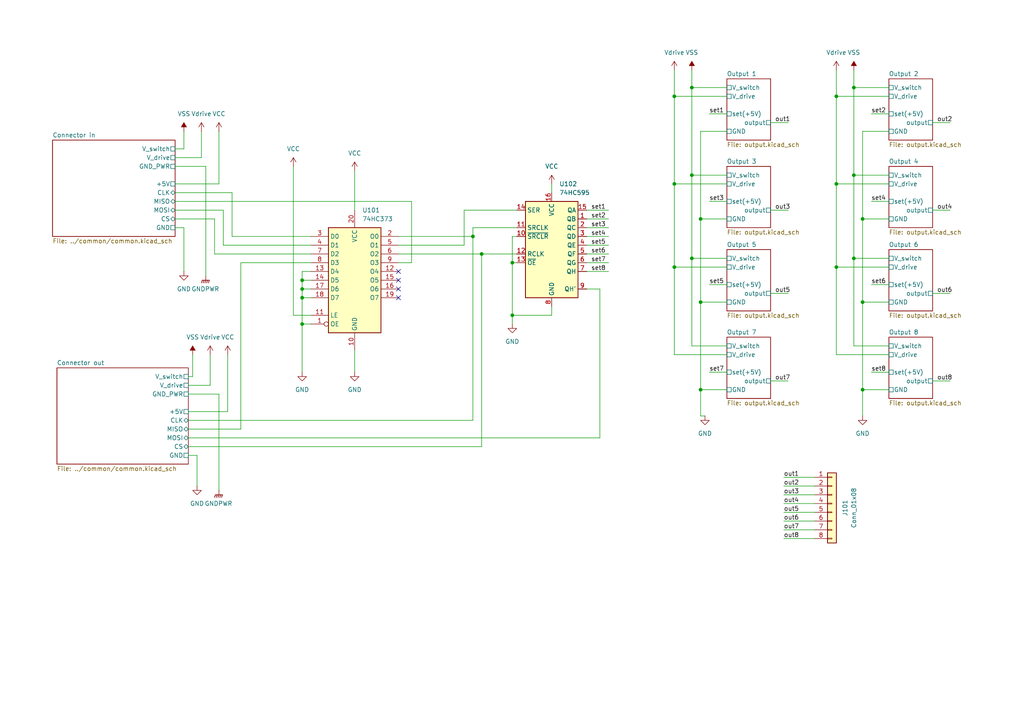
<source format=kicad_sch>
(kicad_sch
	(version 20231120)
	(generator "eeschema")
	(generator_version "8.0")
	(uuid "c259a07e-8f4f-4615-b83b-62a2ab9710e5")
	(paper "A4")
	(lib_symbols
		(symbol "74xx:74HC373"
			(exclude_from_sim no)
			(in_bom yes)
			(on_board yes)
			(property "Reference" "U"
				(at -7.62 16.51 0)
				(effects
					(font
						(size 1.27 1.27)
					)
				)
			)
			(property "Value" "74HC373"
				(at -7.62 -16.51 0)
				(effects
					(font
						(size 1.27 1.27)
					)
				)
			)
			(property "Footprint" ""
				(at 0 0 0)
				(effects
					(font
						(size 1.27 1.27)
					)
					(hide yes)
				)
			)
			(property "Datasheet" "https://www.ti.com/lit/ds/symlink/cd54hc373.pdf"
				(at 0 0 0)
				(effects
					(font
						(size 1.27 1.27)
					)
					(hide yes)
				)
			)
			(property "Description" "8-bit Latch, 3-state outputs"
				(at 0 0 0)
				(effects
					(font
						(size 1.27 1.27)
					)
					(hide yes)
				)
			)
			(property "ki_keywords" "HCMOS REG DFF DFF8 LATCH"
				(at 0 0 0)
				(effects
					(font
						(size 1.27 1.27)
					)
					(hide yes)
				)
			)
			(property "ki_fp_filters" "DIP?20* SOIC?20* SO?20* SSOP?20* TSSOP?20*"
				(at 0 0 0)
				(effects
					(font
						(size 1.27 1.27)
					)
					(hide yes)
				)
			)
			(symbol "74HC373_1_0"
				(pin input inverted
					(at -12.7 -12.7 0)
					(length 5.08)
					(name "OE"
						(effects
							(font
								(size 1.27 1.27)
							)
						)
					)
					(number "1"
						(effects
							(font
								(size 1.27 1.27)
							)
						)
					)
				)
				(pin power_in line
					(at 0 -20.32 90)
					(length 5.08)
					(name "GND"
						(effects
							(font
								(size 1.27 1.27)
							)
						)
					)
					(number "10"
						(effects
							(font
								(size 1.27 1.27)
							)
						)
					)
				)
				(pin input line
					(at -12.7 -10.16 0)
					(length 5.08)
					(name "LE"
						(effects
							(font
								(size 1.27 1.27)
							)
						)
					)
					(number "11"
						(effects
							(font
								(size 1.27 1.27)
							)
						)
					)
				)
				(pin tri_state line
					(at 12.7 2.54 180)
					(length 5.08)
					(name "O4"
						(effects
							(font
								(size 1.27 1.27)
							)
						)
					)
					(number "12"
						(effects
							(font
								(size 1.27 1.27)
							)
						)
					)
				)
				(pin input line
					(at -12.7 2.54 0)
					(length 5.08)
					(name "D4"
						(effects
							(font
								(size 1.27 1.27)
							)
						)
					)
					(number "13"
						(effects
							(font
								(size 1.27 1.27)
							)
						)
					)
				)
				(pin input line
					(at -12.7 0 0)
					(length 5.08)
					(name "D5"
						(effects
							(font
								(size 1.27 1.27)
							)
						)
					)
					(number "14"
						(effects
							(font
								(size 1.27 1.27)
							)
						)
					)
				)
				(pin tri_state line
					(at 12.7 0 180)
					(length 5.08)
					(name "O5"
						(effects
							(font
								(size 1.27 1.27)
							)
						)
					)
					(number "15"
						(effects
							(font
								(size 1.27 1.27)
							)
						)
					)
				)
				(pin tri_state line
					(at 12.7 -2.54 180)
					(length 5.08)
					(name "O6"
						(effects
							(font
								(size 1.27 1.27)
							)
						)
					)
					(number "16"
						(effects
							(font
								(size 1.27 1.27)
							)
						)
					)
				)
				(pin input line
					(at -12.7 -2.54 0)
					(length 5.08)
					(name "D6"
						(effects
							(font
								(size 1.27 1.27)
							)
						)
					)
					(number "17"
						(effects
							(font
								(size 1.27 1.27)
							)
						)
					)
				)
				(pin input line
					(at -12.7 -5.08 0)
					(length 5.08)
					(name "D7"
						(effects
							(font
								(size 1.27 1.27)
							)
						)
					)
					(number "18"
						(effects
							(font
								(size 1.27 1.27)
							)
						)
					)
				)
				(pin tri_state line
					(at 12.7 -5.08 180)
					(length 5.08)
					(name "O7"
						(effects
							(font
								(size 1.27 1.27)
							)
						)
					)
					(number "19"
						(effects
							(font
								(size 1.27 1.27)
							)
						)
					)
				)
				(pin tri_state line
					(at 12.7 12.7 180)
					(length 5.08)
					(name "O0"
						(effects
							(font
								(size 1.27 1.27)
							)
						)
					)
					(number "2"
						(effects
							(font
								(size 1.27 1.27)
							)
						)
					)
				)
				(pin power_in line
					(at 0 20.32 270)
					(length 5.08)
					(name "VCC"
						(effects
							(font
								(size 1.27 1.27)
							)
						)
					)
					(number "20"
						(effects
							(font
								(size 1.27 1.27)
							)
						)
					)
				)
				(pin input line
					(at -12.7 12.7 0)
					(length 5.08)
					(name "D0"
						(effects
							(font
								(size 1.27 1.27)
							)
						)
					)
					(number "3"
						(effects
							(font
								(size 1.27 1.27)
							)
						)
					)
				)
				(pin input line
					(at -12.7 10.16 0)
					(length 5.08)
					(name "D1"
						(effects
							(font
								(size 1.27 1.27)
							)
						)
					)
					(number "4"
						(effects
							(font
								(size 1.27 1.27)
							)
						)
					)
				)
				(pin tri_state line
					(at 12.7 10.16 180)
					(length 5.08)
					(name "O1"
						(effects
							(font
								(size 1.27 1.27)
							)
						)
					)
					(number "5"
						(effects
							(font
								(size 1.27 1.27)
							)
						)
					)
				)
				(pin tri_state line
					(at 12.7 7.62 180)
					(length 5.08)
					(name "O2"
						(effects
							(font
								(size 1.27 1.27)
							)
						)
					)
					(number "6"
						(effects
							(font
								(size 1.27 1.27)
							)
						)
					)
				)
				(pin input line
					(at -12.7 7.62 0)
					(length 5.08)
					(name "D2"
						(effects
							(font
								(size 1.27 1.27)
							)
						)
					)
					(number "7"
						(effects
							(font
								(size 1.27 1.27)
							)
						)
					)
				)
				(pin input line
					(at -12.7 5.08 0)
					(length 5.08)
					(name "D3"
						(effects
							(font
								(size 1.27 1.27)
							)
						)
					)
					(number "8"
						(effects
							(font
								(size 1.27 1.27)
							)
						)
					)
				)
				(pin tri_state line
					(at 12.7 5.08 180)
					(length 5.08)
					(name "O3"
						(effects
							(font
								(size 1.27 1.27)
							)
						)
					)
					(number "9"
						(effects
							(font
								(size 1.27 1.27)
							)
						)
					)
				)
			)
			(symbol "74HC373_1_1"
				(rectangle
					(start -7.62 15.24)
					(end 7.62 -15.24)
					(stroke
						(width 0.254)
						(type default)
					)
					(fill
						(type background)
					)
				)
			)
		)
		(symbol "74xx:74HC595"
			(exclude_from_sim no)
			(in_bom yes)
			(on_board yes)
			(property "Reference" "U"
				(at -7.62 13.97 0)
				(effects
					(font
						(size 1.27 1.27)
					)
				)
			)
			(property "Value" "74HC595"
				(at -7.62 -16.51 0)
				(effects
					(font
						(size 1.27 1.27)
					)
				)
			)
			(property "Footprint" ""
				(at 0 0 0)
				(effects
					(font
						(size 1.27 1.27)
					)
					(hide yes)
				)
			)
			(property "Datasheet" "http://www.ti.com/lit/ds/symlink/sn74hc595.pdf"
				(at 0 0 0)
				(effects
					(font
						(size 1.27 1.27)
					)
					(hide yes)
				)
			)
			(property "Description" "8-bit serial in/out Shift Register 3-State Outputs"
				(at 0 0 0)
				(effects
					(font
						(size 1.27 1.27)
					)
					(hide yes)
				)
			)
			(property "ki_keywords" "HCMOS SR 3State"
				(at 0 0 0)
				(effects
					(font
						(size 1.27 1.27)
					)
					(hide yes)
				)
			)
			(property "ki_fp_filters" "DIP*W7.62mm* SOIC*3.9x9.9mm*P1.27mm* TSSOP*4.4x5mm*P0.65mm* SOIC*5.3x10.2mm*P1.27mm* SOIC*7.5x10.3mm*P1.27mm*"
				(at 0 0 0)
				(effects
					(font
						(size 1.27 1.27)
					)
					(hide yes)
				)
			)
			(symbol "74HC595_1_0"
				(pin tri_state line
					(at 10.16 7.62 180)
					(length 2.54)
					(name "QB"
						(effects
							(font
								(size 1.27 1.27)
							)
						)
					)
					(number "1"
						(effects
							(font
								(size 1.27 1.27)
							)
						)
					)
				)
				(pin input line
					(at -10.16 2.54 0)
					(length 2.54)
					(name "~{SRCLR}"
						(effects
							(font
								(size 1.27 1.27)
							)
						)
					)
					(number "10"
						(effects
							(font
								(size 1.27 1.27)
							)
						)
					)
				)
				(pin input line
					(at -10.16 5.08 0)
					(length 2.54)
					(name "SRCLK"
						(effects
							(font
								(size 1.27 1.27)
							)
						)
					)
					(number "11"
						(effects
							(font
								(size 1.27 1.27)
							)
						)
					)
				)
				(pin input line
					(at -10.16 -2.54 0)
					(length 2.54)
					(name "RCLK"
						(effects
							(font
								(size 1.27 1.27)
							)
						)
					)
					(number "12"
						(effects
							(font
								(size 1.27 1.27)
							)
						)
					)
				)
				(pin input line
					(at -10.16 -5.08 0)
					(length 2.54)
					(name "~{OE}"
						(effects
							(font
								(size 1.27 1.27)
							)
						)
					)
					(number "13"
						(effects
							(font
								(size 1.27 1.27)
							)
						)
					)
				)
				(pin input line
					(at -10.16 10.16 0)
					(length 2.54)
					(name "SER"
						(effects
							(font
								(size 1.27 1.27)
							)
						)
					)
					(number "14"
						(effects
							(font
								(size 1.27 1.27)
							)
						)
					)
				)
				(pin tri_state line
					(at 10.16 10.16 180)
					(length 2.54)
					(name "QA"
						(effects
							(font
								(size 1.27 1.27)
							)
						)
					)
					(number "15"
						(effects
							(font
								(size 1.27 1.27)
							)
						)
					)
				)
				(pin power_in line
					(at 0 15.24 270)
					(length 2.54)
					(name "VCC"
						(effects
							(font
								(size 1.27 1.27)
							)
						)
					)
					(number "16"
						(effects
							(font
								(size 1.27 1.27)
							)
						)
					)
				)
				(pin tri_state line
					(at 10.16 5.08 180)
					(length 2.54)
					(name "QC"
						(effects
							(font
								(size 1.27 1.27)
							)
						)
					)
					(number "2"
						(effects
							(font
								(size 1.27 1.27)
							)
						)
					)
				)
				(pin tri_state line
					(at 10.16 2.54 180)
					(length 2.54)
					(name "QD"
						(effects
							(font
								(size 1.27 1.27)
							)
						)
					)
					(number "3"
						(effects
							(font
								(size 1.27 1.27)
							)
						)
					)
				)
				(pin tri_state line
					(at 10.16 0 180)
					(length 2.54)
					(name "QE"
						(effects
							(font
								(size 1.27 1.27)
							)
						)
					)
					(number "4"
						(effects
							(font
								(size 1.27 1.27)
							)
						)
					)
				)
				(pin tri_state line
					(at 10.16 -2.54 180)
					(length 2.54)
					(name "QF"
						(effects
							(font
								(size 1.27 1.27)
							)
						)
					)
					(number "5"
						(effects
							(font
								(size 1.27 1.27)
							)
						)
					)
				)
				(pin tri_state line
					(at 10.16 -5.08 180)
					(length 2.54)
					(name "QG"
						(effects
							(font
								(size 1.27 1.27)
							)
						)
					)
					(number "6"
						(effects
							(font
								(size 1.27 1.27)
							)
						)
					)
				)
				(pin tri_state line
					(at 10.16 -7.62 180)
					(length 2.54)
					(name "QH"
						(effects
							(font
								(size 1.27 1.27)
							)
						)
					)
					(number "7"
						(effects
							(font
								(size 1.27 1.27)
							)
						)
					)
				)
				(pin power_in line
					(at 0 -17.78 90)
					(length 2.54)
					(name "GND"
						(effects
							(font
								(size 1.27 1.27)
							)
						)
					)
					(number "8"
						(effects
							(font
								(size 1.27 1.27)
							)
						)
					)
				)
				(pin output line
					(at 10.16 -12.7 180)
					(length 2.54)
					(name "QH'"
						(effects
							(font
								(size 1.27 1.27)
							)
						)
					)
					(number "9"
						(effects
							(font
								(size 1.27 1.27)
							)
						)
					)
				)
			)
			(symbol "74HC595_1_1"
				(rectangle
					(start -7.62 12.7)
					(end 7.62 -15.24)
					(stroke
						(width 0.254)
						(type default)
					)
					(fill
						(type background)
					)
				)
			)
		)
		(symbol "Connector_Generic:Conn_01x08"
			(pin_names
				(offset 1.016) hide)
			(exclude_from_sim no)
			(in_bom yes)
			(on_board yes)
			(property "Reference" "J"
				(at 0 10.16 0)
				(effects
					(font
						(size 1.27 1.27)
					)
				)
			)
			(property "Value" "Conn_01x08"
				(at 0 -12.7 0)
				(effects
					(font
						(size 1.27 1.27)
					)
				)
			)
			(property "Footprint" ""
				(at 0 0 0)
				(effects
					(font
						(size 1.27 1.27)
					)
					(hide yes)
				)
			)
			(property "Datasheet" "~"
				(at 0 0 0)
				(effects
					(font
						(size 1.27 1.27)
					)
					(hide yes)
				)
			)
			(property "Description" "Generic connector, single row, 01x08, script generated (kicad-library-utils/schlib/autogen/connector/)"
				(at 0 0 0)
				(effects
					(font
						(size 1.27 1.27)
					)
					(hide yes)
				)
			)
			(property "ki_keywords" "connector"
				(at 0 0 0)
				(effects
					(font
						(size 1.27 1.27)
					)
					(hide yes)
				)
			)
			(property "ki_fp_filters" "Connector*:*_1x??_*"
				(at 0 0 0)
				(effects
					(font
						(size 1.27 1.27)
					)
					(hide yes)
				)
			)
			(symbol "Conn_01x08_1_1"
				(rectangle
					(start -1.27 -10.033)
					(end 0 -10.287)
					(stroke
						(width 0.1524)
						(type default)
					)
					(fill
						(type none)
					)
				)
				(rectangle
					(start -1.27 -7.493)
					(end 0 -7.747)
					(stroke
						(width 0.1524)
						(type default)
					)
					(fill
						(type none)
					)
				)
				(rectangle
					(start -1.27 -4.953)
					(end 0 -5.207)
					(stroke
						(width 0.1524)
						(type default)
					)
					(fill
						(type none)
					)
				)
				(rectangle
					(start -1.27 -2.413)
					(end 0 -2.667)
					(stroke
						(width 0.1524)
						(type default)
					)
					(fill
						(type none)
					)
				)
				(rectangle
					(start -1.27 0.127)
					(end 0 -0.127)
					(stroke
						(width 0.1524)
						(type default)
					)
					(fill
						(type none)
					)
				)
				(rectangle
					(start -1.27 2.667)
					(end 0 2.413)
					(stroke
						(width 0.1524)
						(type default)
					)
					(fill
						(type none)
					)
				)
				(rectangle
					(start -1.27 5.207)
					(end 0 4.953)
					(stroke
						(width 0.1524)
						(type default)
					)
					(fill
						(type none)
					)
				)
				(rectangle
					(start -1.27 7.747)
					(end 0 7.493)
					(stroke
						(width 0.1524)
						(type default)
					)
					(fill
						(type none)
					)
				)
				(rectangle
					(start -1.27 8.89)
					(end 1.27 -11.43)
					(stroke
						(width 0.254)
						(type default)
					)
					(fill
						(type background)
					)
				)
				(pin passive line
					(at -5.08 7.62 0)
					(length 3.81)
					(name "Pin_1"
						(effects
							(font
								(size 1.27 1.27)
							)
						)
					)
					(number "1"
						(effects
							(font
								(size 1.27 1.27)
							)
						)
					)
				)
				(pin passive line
					(at -5.08 5.08 0)
					(length 3.81)
					(name "Pin_2"
						(effects
							(font
								(size 1.27 1.27)
							)
						)
					)
					(number "2"
						(effects
							(font
								(size 1.27 1.27)
							)
						)
					)
				)
				(pin passive line
					(at -5.08 2.54 0)
					(length 3.81)
					(name "Pin_3"
						(effects
							(font
								(size 1.27 1.27)
							)
						)
					)
					(number "3"
						(effects
							(font
								(size 1.27 1.27)
							)
						)
					)
				)
				(pin passive line
					(at -5.08 0 0)
					(length 3.81)
					(name "Pin_4"
						(effects
							(font
								(size 1.27 1.27)
							)
						)
					)
					(number "4"
						(effects
							(font
								(size 1.27 1.27)
							)
						)
					)
				)
				(pin passive line
					(at -5.08 -2.54 0)
					(length 3.81)
					(name "Pin_5"
						(effects
							(font
								(size 1.27 1.27)
							)
						)
					)
					(number "5"
						(effects
							(font
								(size 1.27 1.27)
							)
						)
					)
				)
				(pin passive line
					(at -5.08 -5.08 0)
					(length 3.81)
					(name "Pin_6"
						(effects
							(font
								(size 1.27 1.27)
							)
						)
					)
					(number "6"
						(effects
							(font
								(size 1.27 1.27)
							)
						)
					)
				)
				(pin passive line
					(at -5.08 -7.62 0)
					(length 3.81)
					(name "Pin_7"
						(effects
							(font
								(size 1.27 1.27)
							)
						)
					)
					(number "7"
						(effects
							(font
								(size 1.27 1.27)
							)
						)
					)
				)
				(pin passive line
					(at -5.08 -10.16 0)
					(length 3.81)
					(name "Pin_8"
						(effects
							(font
								(size 1.27 1.27)
							)
						)
					)
					(number "8"
						(effects
							(font
								(size 1.27 1.27)
							)
						)
					)
				)
			)
		)
		(symbol "power:GND"
			(power)
			(pin_numbers hide)
			(pin_names
				(offset 0) hide)
			(exclude_from_sim no)
			(in_bom yes)
			(on_board yes)
			(property "Reference" "#PWR"
				(at 0 -6.35 0)
				(effects
					(font
						(size 1.27 1.27)
					)
					(hide yes)
				)
			)
			(property "Value" "GND"
				(at 0 -3.81 0)
				(effects
					(font
						(size 1.27 1.27)
					)
				)
			)
			(property "Footprint" ""
				(at 0 0 0)
				(effects
					(font
						(size 1.27 1.27)
					)
					(hide yes)
				)
			)
			(property "Datasheet" ""
				(at 0 0 0)
				(effects
					(font
						(size 1.27 1.27)
					)
					(hide yes)
				)
			)
			(property "Description" "Power symbol creates a global label with name \"GND\" , ground"
				(at 0 0 0)
				(effects
					(font
						(size 1.27 1.27)
					)
					(hide yes)
				)
			)
			(property "ki_keywords" "global power"
				(at 0 0 0)
				(effects
					(font
						(size 1.27 1.27)
					)
					(hide yes)
				)
			)
			(symbol "GND_0_1"
				(polyline
					(pts
						(xy 0 0) (xy 0 -1.27) (xy 1.27 -1.27) (xy 0 -2.54) (xy -1.27 -1.27) (xy 0 -1.27)
					)
					(stroke
						(width 0)
						(type default)
					)
					(fill
						(type none)
					)
				)
			)
			(symbol "GND_1_1"
				(pin power_in line
					(at 0 0 270)
					(length 0)
					(name "~"
						(effects
							(font
								(size 1.27 1.27)
							)
						)
					)
					(number "1"
						(effects
							(font
								(size 1.27 1.27)
							)
						)
					)
				)
			)
		)
		(symbol "power:GNDPWR"
			(power)
			(pin_numbers hide)
			(pin_names
				(offset 0) hide)
			(exclude_from_sim no)
			(in_bom yes)
			(on_board yes)
			(property "Reference" "#PWR"
				(at 0 -5.08 0)
				(effects
					(font
						(size 1.27 1.27)
					)
					(hide yes)
				)
			)
			(property "Value" "GNDPWR"
				(at 0 -3.302 0)
				(effects
					(font
						(size 1.27 1.27)
					)
				)
			)
			(property "Footprint" ""
				(at 0 -1.27 0)
				(effects
					(font
						(size 1.27 1.27)
					)
					(hide yes)
				)
			)
			(property "Datasheet" ""
				(at 0 -1.27 0)
				(effects
					(font
						(size 1.27 1.27)
					)
					(hide yes)
				)
			)
			(property "Description" "Power symbol creates a global label with name \"GNDPWR\" , global ground"
				(at 0 0 0)
				(effects
					(font
						(size 1.27 1.27)
					)
					(hide yes)
				)
			)
			(property "ki_keywords" "global ground"
				(at 0 0 0)
				(effects
					(font
						(size 1.27 1.27)
					)
					(hide yes)
				)
			)
			(symbol "GNDPWR_0_1"
				(polyline
					(pts
						(xy 0 -1.27) (xy 0 0)
					)
					(stroke
						(width 0)
						(type default)
					)
					(fill
						(type none)
					)
				)
				(polyline
					(pts
						(xy -1.016 -1.27) (xy -1.27 -2.032) (xy -1.27 -2.032)
					)
					(stroke
						(width 0.2032)
						(type default)
					)
					(fill
						(type none)
					)
				)
				(polyline
					(pts
						(xy -0.508 -1.27) (xy -0.762 -2.032) (xy -0.762 -2.032)
					)
					(stroke
						(width 0.2032)
						(type default)
					)
					(fill
						(type none)
					)
				)
				(polyline
					(pts
						(xy 0 -1.27) (xy -0.254 -2.032) (xy -0.254 -2.032)
					)
					(stroke
						(width 0.2032)
						(type default)
					)
					(fill
						(type none)
					)
				)
				(polyline
					(pts
						(xy 0.508 -1.27) (xy 0.254 -2.032) (xy 0.254 -2.032)
					)
					(stroke
						(width 0.2032)
						(type default)
					)
					(fill
						(type none)
					)
				)
				(polyline
					(pts
						(xy 1.016 -1.27) (xy -1.016 -1.27) (xy -1.016 -1.27)
					)
					(stroke
						(width 0.2032)
						(type default)
					)
					(fill
						(type none)
					)
				)
				(polyline
					(pts
						(xy 1.016 -1.27) (xy 0.762 -2.032) (xy 0.762 -2.032) (xy 0.762 -2.032)
					)
					(stroke
						(width 0.2032)
						(type default)
					)
					(fill
						(type none)
					)
				)
			)
			(symbol "GNDPWR_1_1"
				(pin power_in line
					(at 0 0 270)
					(length 0)
					(name "~"
						(effects
							(font
								(size 1.27 1.27)
							)
						)
					)
					(number "1"
						(effects
							(font
								(size 1.27 1.27)
							)
						)
					)
				)
			)
		)
		(symbol "power:VCC"
			(power)
			(pin_numbers hide)
			(pin_names
				(offset 0) hide)
			(exclude_from_sim no)
			(in_bom yes)
			(on_board yes)
			(property "Reference" "#PWR"
				(at 0 -3.81 0)
				(effects
					(font
						(size 1.27 1.27)
					)
					(hide yes)
				)
			)
			(property "Value" "VCC"
				(at 0 3.556 0)
				(effects
					(font
						(size 1.27 1.27)
					)
				)
			)
			(property "Footprint" ""
				(at 0 0 0)
				(effects
					(font
						(size 1.27 1.27)
					)
					(hide yes)
				)
			)
			(property "Datasheet" ""
				(at 0 0 0)
				(effects
					(font
						(size 1.27 1.27)
					)
					(hide yes)
				)
			)
			(property "Description" "Power symbol creates a global label with name \"VCC\""
				(at 0 0 0)
				(effects
					(font
						(size 1.27 1.27)
					)
					(hide yes)
				)
			)
			(property "ki_keywords" "global power"
				(at 0 0 0)
				(effects
					(font
						(size 1.27 1.27)
					)
					(hide yes)
				)
			)
			(symbol "VCC_0_1"
				(polyline
					(pts
						(xy -0.762 1.27) (xy 0 2.54)
					)
					(stroke
						(width 0)
						(type default)
					)
					(fill
						(type none)
					)
				)
				(polyline
					(pts
						(xy 0 0) (xy 0 2.54)
					)
					(stroke
						(width 0)
						(type default)
					)
					(fill
						(type none)
					)
				)
				(polyline
					(pts
						(xy 0 2.54) (xy 0.762 1.27)
					)
					(stroke
						(width 0)
						(type default)
					)
					(fill
						(type none)
					)
				)
			)
			(symbol "VCC_1_1"
				(pin power_in line
					(at 0 0 90)
					(length 0)
					(name "~"
						(effects
							(font
								(size 1.27 1.27)
							)
						)
					)
					(number "1"
						(effects
							(font
								(size 1.27 1.27)
							)
						)
					)
				)
			)
		)
		(symbol "power:VSS"
			(power)
			(pin_numbers hide)
			(pin_names
				(offset 0) hide)
			(exclude_from_sim no)
			(in_bom yes)
			(on_board yes)
			(property "Reference" "#PWR"
				(at 0 -3.81 0)
				(effects
					(font
						(size 1.27 1.27)
					)
					(hide yes)
				)
			)
			(property "Value" "VSS"
				(at 0 3.556 0)
				(effects
					(font
						(size 1.27 1.27)
					)
				)
			)
			(property "Footprint" ""
				(at 0 0 0)
				(effects
					(font
						(size 1.27 1.27)
					)
					(hide yes)
				)
			)
			(property "Datasheet" ""
				(at 0 0 0)
				(effects
					(font
						(size 1.27 1.27)
					)
					(hide yes)
				)
			)
			(property "Description" "Power symbol creates a global label with name \"VSS\""
				(at 0 0 0)
				(effects
					(font
						(size 1.27 1.27)
					)
					(hide yes)
				)
			)
			(property "ki_keywords" "global power"
				(at 0 0 0)
				(effects
					(font
						(size 1.27 1.27)
					)
					(hide yes)
				)
			)
			(symbol "VSS_0_1"
				(polyline
					(pts
						(xy 0 0) (xy 0 2.54)
					)
					(stroke
						(width 0)
						(type default)
					)
					(fill
						(type none)
					)
				)
				(polyline
					(pts
						(xy 0.762 1.27) (xy -0.762 1.27) (xy 0 2.54) (xy 0.762 1.27)
					)
					(stroke
						(width 0)
						(type default)
					)
					(fill
						(type outline)
					)
				)
			)
			(symbol "VSS_1_1"
				(pin power_in line
					(at 0 0 90)
					(length 0)
					(name "~"
						(effects
							(font
								(size 1.27 1.27)
							)
						)
					)
					(number "1"
						(effects
							(font
								(size 1.27 1.27)
							)
						)
					)
				)
			)
		)
		(symbol "power:Vdrive"
			(power)
			(pin_numbers hide)
			(pin_names
				(offset 0) hide)
			(exclude_from_sim no)
			(in_bom yes)
			(on_board yes)
			(property "Reference" "#PWR"
				(at 0 -3.81 0)
				(effects
					(font
						(size 1.27 1.27)
					)
					(hide yes)
				)
			)
			(property "Value" "Vdrive"
				(at 0 3.556 0)
				(effects
					(font
						(size 1.27 1.27)
					)
				)
			)
			(property "Footprint" ""
				(at 0 0 0)
				(effects
					(font
						(size 1.27 1.27)
					)
					(hide yes)
				)
			)
			(property "Datasheet" ""
				(at 0 0 0)
				(effects
					(font
						(size 1.27 1.27)
					)
					(hide yes)
				)
			)
			(property "Description" "Power symbol creates a global label with name \"Vdrive\""
				(at 0 0 0)
				(effects
					(font
						(size 1.27 1.27)
					)
					(hide yes)
				)
			)
			(property "ki_keywords" "global power"
				(at 0 0 0)
				(effects
					(font
						(size 1.27 1.27)
					)
					(hide yes)
				)
			)
			(symbol "Vdrive_0_1"
				(polyline
					(pts
						(xy -0.762 1.27) (xy 0 2.54)
					)
					(stroke
						(width 0)
						(type default)
					)
					(fill
						(type none)
					)
				)
				(polyline
					(pts
						(xy 0 0) (xy 0 2.54)
					)
					(stroke
						(width 0)
						(type default)
					)
					(fill
						(type none)
					)
				)
				(polyline
					(pts
						(xy 0 2.54) (xy 0.762 1.27)
					)
					(stroke
						(width 0)
						(type default)
					)
					(fill
						(type none)
					)
				)
			)
			(symbol "Vdrive_1_1"
				(pin power_in line
					(at 0 0 90)
					(length 0)
					(name "~"
						(effects
							(font
								(size 1.27 1.27)
							)
						)
					)
					(number "1"
						(effects
							(font
								(size 1.27 1.27)
							)
						)
					)
				)
			)
		)
	)
	(junction
		(at 247.65 25.4)
		(diameter 0)
		(color 0 0 0 0)
		(uuid "0cdd45f8-2784-49ac-a815-ca7e5cf32066")
	)
	(junction
		(at 250.19 113.03)
		(diameter 0)
		(color 0 0 0 0)
		(uuid "35547f72-bd89-4e0a-92d4-535a96c7f8cd")
	)
	(junction
		(at 87.63 86.36)
		(diameter 0)
		(color 0 0 0 0)
		(uuid "39c3e5cb-a0f2-4b2e-8ee2-c76af02804fc")
	)
	(junction
		(at 250.19 87.63)
		(diameter 0)
		(color 0 0 0 0)
		(uuid "44b4b833-5179-4a7f-bccc-2a1d8abe4686")
	)
	(junction
		(at 87.63 93.98)
		(diameter 0)
		(color 0 0 0 0)
		(uuid "45e00ea5-2c78-40c3-a6be-84326bb992c4")
	)
	(junction
		(at 203.2 63.5)
		(diameter 0)
		(color 0 0 0 0)
		(uuid "4a88dc1a-9e17-45d1-88b9-030fa3927146")
	)
	(junction
		(at 148.59 91.44)
		(diameter 0)
		(color 0 0 0 0)
		(uuid "52d172d9-612d-4626-8ab9-30198b86d527")
	)
	(junction
		(at 247.65 50.8)
		(diameter 0)
		(color 0 0 0 0)
		(uuid "54ab7eee-209f-4d57-8bac-c972f2753d33")
	)
	(junction
		(at 247.65 74.93)
		(diameter 0)
		(color 0 0 0 0)
		(uuid "567d9014-9bfc-4e71-ac1a-d0a4e95ed775")
	)
	(junction
		(at 148.59 76.2)
		(diameter 0)
		(color 0 0 0 0)
		(uuid "57dd67cd-2368-4e39-9f35-253f5dc44cf2")
	)
	(junction
		(at 137.16 68.58)
		(diameter 0)
		(color 0 0 0 0)
		(uuid "6d19b089-8ca1-4c81-9d1c-22174b970a52")
	)
	(junction
		(at 195.58 27.94)
		(diameter 0)
		(color 0 0 0 0)
		(uuid "71b80b52-3b71-4f56-b81e-cd1eb420709b")
	)
	(junction
		(at 195.58 53.34)
		(diameter 0)
		(color 0 0 0 0)
		(uuid "7240a07b-6bab-4d19-8e21-e662b74ed76c")
	)
	(junction
		(at 139.7 73.66)
		(diameter 0)
		(color 0 0 0 0)
		(uuid "82cde1dc-89c2-40a1-80ba-e45ba1af8ac1")
	)
	(junction
		(at 200.66 50.8)
		(diameter 0)
		(color 0 0 0 0)
		(uuid "8320dbd2-871f-4e0a-80f3-8b9dccbf2199")
	)
	(junction
		(at 203.2 113.03)
		(diameter 0)
		(color 0 0 0 0)
		(uuid "89a5bc89-a980-45b5-b6c0-0f707fb8ff49")
	)
	(junction
		(at 242.57 77.47)
		(diameter 0)
		(color 0 0 0 0)
		(uuid "8ccc90c8-2e2b-42ac-875c-32360b4c5685")
	)
	(junction
		(at 250.19 63.5)
		(diameter 0)
		(color 0 0 0 0)
		(uuid "9f9a7e88-83a7-4010-a4b0-fd925a08d732")
	)
	(junction
		(at 87.63 83.82)
		(diameter 0)
		(color 0 0 0 0)
		(uuid "af08a4e0-59a0-4ccc-802c-7c988612c6fb")
	)
	(junction
		(at 195.58 77.47)
		(diameter 0)
		(color 0 0 0 0)
		(uuid "ba4313ab-4e8e-49ad-8d41-5ba34749eb9b")
	)
	(junction
		(at 242.57 27.94)
		(diameter 0)
		(color 0 0 0 0)
		(uuid "bc7c4efc-a5be-4d34-a958-f12e4539e4e1")
	)
	(junction
		(at 200.66 74.93)
		(diameter 0)
		(color 0 0 0 0)
		(uuid "e604b447-0341-41b5-a087-e5bb627cf9bf")
	)
	(junction
		(at 200.66 25.4)
		(diameter 0)
		(color 0 0 0 0)
		(uuid "eb267b45-8c06-4ec2-bf8d-fa27764cdd83")
	)
	(junction
		(at 242.57 53.34)
		(diameter 0)
		(color 0 0 0 0)
		(uuid "ed748cc2-0ccc-4b05-b3f8-cd9e7b97305c")
	)
	(junction
		(at 87.63 81.28)
		(diameter 0)
		(color 0 0 0 0)
		(uuid "f5a1ce41-8364-4407-be62-ed6ee77f919b")
	)
	(junction
		(at 203.2 87.63)
		(diameter 0)
		(color 0 0 0 0)
		(uuid "fefcecd6-eacc-4634-ac0f-3bb70cd8644e")
	)
	(no_connect
		(at 115.57 78.74)
		(uuid "2a687a12-4fc5-48fb-8b32-bec20ea0b899")
	)
	(no_connect
		(at 115.57 86.36)
		(uuid "6e1f8860-900f-4494-b34b-490a11c118cb")
	)
	(no_connect
		(at 115.57 83.82)
		(uuid "839682e1-999f-4c89-88ba-3fc3beef2b97")
	)
	(no_connect
		(at 115.57 81.28)
		(uuid "ed0cf303-9432-41c5-a7f9-4be2b20fb0cd")
	)
	(wire
		(pts
			(xy 250.19 87.63) (xy 250.19 63.5)
		)
		(stroke
			(width 0)
			(type default)
		)
		(uuid "030a46e2-0f41-40cc-8a78-7555532f4295")
	)
	(wire
		(pts
			(xy 58.42 45.72) (xy 58.42 38.1)
		)
		(stroke
			(width 0)
			(type default)
		)
		(uuid "04c0610c-914a-4883-bce3-c3bda5537acb")
	)
	(wire
		(pts
			(xy 195.58 27.94) (xy 195.58 53.34)
		)
		(stroke
			(width 0)
			(type default)
		)
		(uuid "068b231b-a758-4f6a-9923-0f58ad7d25b8")
	)
	(wire
		(pts
			(xy 85.09 91.44) (xy 90.17 91.44)
		)
		(stroke
			(width 0)
			(type default)
		)
		(uuid "08540d05-6aa9-4ea9-8c58-f55617ed1d28")
	)
	(wire
		(pts
			(xy 242.57 53.34) (xy 242.57 27.94)
		)
		(stroke
			(width 0)
			(type default)
		)
		(uuid "09e5155d-7e02-44d8-8ab1-161f08b31769")
	)
	(wire
		(pts
			(xy 50.8 45.72) (xy 58.42 45.72)
		)
		(stroke
			(width 0)
			(type default)
		)
		(uuid "0bc580a3-9c02-41f1-9b82-e788e4483c16")
	)
	(wire
		(pts
			(xy 87.63 83.82) (xy 87.63 86.36)
		)
		(stroke
			(width 0)
			(type default)
		)
		(uuid "0c3325d1-ef6e-46fb-89bc-23d878b4336b")
	)
	(wire
		(pts
			(xy 137.16 66.04) (xy 149.86 66.04)
		)
		(stroke
			(width 0)
			(type default)
		)
		(uuid "0c419915-bdc4-4d09-9c6b-69f01ad6cafc")
	)
	(wire
		(pts
			(xy 54.61 127) (xy 173.99 127)
		)
		(stroke
			(width 0)
			(type default)
		)
		(uuid "0f6e962d-1a15-401a-9d8f-6caad45c2e11")
	)
	(wire
		(pts
			(xy 102.87 101.6) (xy 102.87 107.95)
		)
		(stroke
			(width 0)
			(type default)
		)
		(uuid "1216391b-b61d-4f84-8133-9bf4a361b6fb")
	)
	(wire
		(pts
			(xy 227.33 148.59) (xy 236.22 148.59)
		)
		(stroke
			(width 0)
			(type default)
		)
		(uuid "14bba507-2a46-49f1-9dfd-4da166db5b28")
	)
	(wire
		(pts
			(xy 85.09 48.26) (xy 85.09 91.44)
		)
		(stroke
			(width 0)
			(type default)
		)
		(uuid "16300e87-5d44-46db-9b52-4429d2e7e60f")
	)
	(wire
		(pts
			(xy 242.57 27.94) (xy 242.57 20.32)
		)
		(stroke
			(width 0)
			(type default)
		)
		(uuid "16d1771b-eae3-45f4-81fa-dbfb8b9e69e9")
	)
	(wire
		(pts
			(xy 228.6 110.49) (xy 223.52 110.49)
		)
		(stroke
			(width 0)
			(type default)
		)
		(uuid "170154c7-695e-48f9-83d1-d2346c759b4b")
	)
	(wire
		(pts
			(xy 247.65 100.33) (xy 257.81 100.33)
		)
		(stroke
			(width 0)
			(type default)
		)
		(uuid "17c26dd3-bc1d-4849-bad9-e0f2b207d94e")
	)
	(wire
		(pts
			(xy 87.63 93.98) (xy 87.63 107.95)
		)
		(stroke
			(width 0)
			(type default)
		)
		(uuid "19582621-d672-447d-8384-b89f1cf2a60c")
	)
	(wire
		(pts
			(xy 62.23 63.5) (xy 50.8 63.5)
		)
		(stroke
			(width 0)
			(type default)
		)
		(uuid "1a2a049e-40a2-4bea-8fea-66e485d2a742")
	)
	(wire
		(pts
			(xy 90.17 68.58) (xy 67.31 68.58)
		)
		(stroke
			(width 0)
			(type default)
		)
		(uuid "1aee15ce-c825-42ea-9304-400e39c41e3d")
	)
	(wire
		(pts
			(xy 176.53 71.12) (xy 170.18 71.12)
		)
		(stroke
			(width 0)
			(type default)
		)
		(uuid "1c6f114d-ad2b-4c2c-9dfd-37d7ce9ec674")
	)
	(wire
		(pts
			(xy 195.58 27.94) (xy 210.82 27.94)
		)
		(stroke
			(width 0)
			(type default)
		)
		(uuid "1fa1d99f-43b1-4425-9d12-be82052126c7")
	)
	(wire
		(pts
			(xy 200.66 50.8) (xy 200.66 74.93)
		)
		(stroke
			(width 0)
			(type default)
		)
		(uuid "20323e2c-3fbd-4f7c-8c3e-81f011d4dd8c")
	)
	(wire
		(pts
			(xy 53.34 38.1) (xy 53.34 43.18)
		)
		(stroke
			(width 0)
			(type default)
		)
		(uuid "207736fe-edbb-4f37-aa3d-0f2d81a69bce")
	)
	(wire
		(pts
			(xy 195.58 77.47) (xy 195.58 102.87)
		)
		(stroke
			(width 0)
			(type default)
		)
		(uuid "207802fd-da8e-4a18-9388-7cd98bc8e020")
	)
	(wire
		(pts
			(xy 50.8 58.42) (xy 119.38 58.42)
		)
		(stroke
			(width 0)
			(type default)
		)
		(uuid "213899bb-64d1-411e-abb0-96ee662ebfb7")
	)
	(wire
		(pts
			(xy 203.2 113.03) (xy 203.2 120.65)
		)
		(stroke
			(width 0)
			(type default)
		)
		(uuid "21620752-528c-4fc0-9560-8a66922ca99e")
	)
	(wire
		(pts
			(xy 134.62 71.12) (xy 134.62 60.96)
		)
		(stroke
			(width 0)
			(type default)
		)
		(uuid "22f60335-4354-4429-8d47-b7bd904f31df")
	)
	(wire
		(pts
			(xy 170.18 63.5) (xy 176.53 63.5)
		)
		(stroke
			(width 0)
			(type default)
		)
		(uuid "2387b252-f882-4667-a1e2-f0697fdbed30")
	)
	(wire
		(pts
			(xy 275.59 60.96) (xy 270.51 60.96)
		)
		(stroke
			(width 0)
			(type default)
		)
		(uuid "23978b59-c62b-4204-b782-f19574fdf6a5")
	)
	(wire
		(pts
			(xy 50.8 43.18) (xy 53.34 43.18)
		)
		(stroke
			(width 0)
			(type default)
		)
		(uuid "249e6727-a3a0-4fa2-ad11-81263a52453c")
	)
	(wire
		(pts
			(xy 176.53 66.04) (xy 170.18 66.04)
		)
		(stroke
			(width 0)
			(type default)
		)
		(uuid "261c6ed3-e0b6-48c5-8ca0-008692a32d90")
	)
	(wire
		(pts
			(xy 160.02 53.34) (xy 160.02 55.88)
		)
		(stroke
			(width 0)
			(type default)
		)
		(uuid "265846ee-53bc-4c5d-b4f5-ac39daadb15f")
	)
	(wire
		(pts
			(xy 62.23 73.66) (xy 90.17 73.66)
		)
		(stroke
			(width 0)
			(type default)
		)
		(uuid "2681e79d-9990-4bb1-bac6-627d3f40201b")
	)
	(wire
		(pts
			(xy 200.66 25.4) (xy 200.66 50.8)
		)
		(stroke
			(width 0)
			(type default)
		)
		(uuid "289d573d-594c-4d72-83ba-e16b08d27be0")
	)
	(wire
		(pts
			(xy 247.65 74.93) (xy 247.65 100.33)
		)
		(stroke
			(width 0)
			(type default)
		)
		(uuid "28f1a73f-5786-47a5-814b-cf887dac1017")
	)
	(wire
		(pts
			(xy 247.65 25.4) (xy 257.81 25.4)
		)
		(stroke
			(width 0)
			(type default)
		)
		(uuid "2966ce15-3b9a-4f4d-b79a-d5d7a14f7ced")
	)
	(wire
		(pts
			(xy 250.19 38.1) (xy 257.81 38.1)
		)
		(stroke
			(width 0)
			(type default)
		)
		(uuid "2bad48e8-4af9-4668-a407-81447ba60f9c")
	)
	(wire
		(pts
			(xy 69.85 76.2) (xy 69.85 124.46)
		)
		(stroke
			(width 0)
			(type default)
		)
		(uuid "2be27c2f-ec8f-4d57-8b9b-a6a17d1851e1")
	)
	(wire
		(pts
			(xy 195.58 77.47) (xy 210.82 77.47)
		)
		(stroke
			(width 0)
			(type default)
		)
		(uuid "2de003eb-5781-4bc1-b3a3-0e45d7367d8c")
	)
	(wire
		(pts
			(xy 200.66 20.32) (xy 200.66 25.4)
		)
		(stroke
			(width 0)
			(type default)
		)
		(uuid "2f1cba1a-0f18-4bf1-9820-e4d58697c350")
	)
	(wire
		(pts
			(xy 242.57 27.94) (xy 257.81 27.94)
		)
		(stroke
			(width 0)
			(type default)
		)
		(uuid "2f929bb3-be45-42c5-9868-5cb7289763c8")
	)
	(wire
		(pts
			(xy 69.85 76.2) (xy 90.17 76.2)
		)
		(stroke
			(width 0)
			(type default)
		)
		(uuid "311f38ca-c286-472d-9acb-8b4646b99403")
	)
	(wire
		(pts
			(xy 252.73 107.95) (xy 257.81 107.95)
		)
		(stroke
			(width 0)
			(type default)
		)
		(uuid "314f821f-28aa-48e1-ae7d-036467974383")
	)
	(wire
		(pts
			(xy 223.52 35.56) (xy 228.6 35.56)
		)
		(stroke
			(width 0)
			(type default)
		)
		(uuid "329bf790-6094-4b99-90b2-7497498cf2c7")
	)
	(wire
		(pts
			(xy 50.8 60.96) (xy 64.77 60.96)
		)
		(stroke
			(width 0)
			(type default)
		)
		(uuid "32d7194a-5444-4cda-8c5b-81feece45499")
	)
	(wire
		(pts
			(xy 228.6 85.09) (xy 223.52 85.09)
		)
		(stroke
			(width 0)
			(type default)
		)
		(uuid "333a2394-fa4e-4cd0-bf8d-63ddc066e92c")
	)
	(wire
		(pts
			(xy 66.04 119.38) (xy 54.61 119.38)
		)
		(stroke
			(width 0)
			(type default)
		)
		(uuid "33aa583b-fd9b-4873-98d7-f77a71797a68")
	)
	(wire
		(pts
			(xy 67.31 68.58) (xy 67.31 55.88)
		)
		(stroke
			(width 0)
			(type default)
		)
		(uuid "364fb1b0-05b2-48f4-b6c9-d53454eab627")
	)
	(wire
		(pts
			(xy 57.15 132.08) (xy 54.61 132.08)
		)
		(stroke
			(width 0)
			(type default)
		)
		(uuid "367edc51-0931-4bdb-ab67-13d1e61ffd5a")
	)
	(wire
		(pts
			(xy 252.73 82.55) (xy 257.81 82.55)
		)
		(stroke
			(width 0)
			(type default)
		)
		(uuid "40fa5713-337d-474f-8852-f5c7015dacef")
	)
	(wire
		(pts
			(xy 55.88 109.22) (xy 55.88 102.87)
		)
		(stroke
			(width 0)
			(type default)
		)
		(uuid "435be7ce-b097-4c6c-9533-a5cf06406740")
	)
	(wire
		(pts
			(xy 63.5 142.24) (xy 63.5 114.3)
		)
		(stroke
			(width 0)
			(type default)
		)
		(uuid "43d94ad5-b415-42ba-96ed-15ea7ced56ee")
	)
	(wire
		(pts
			(xy 247.65 50.8) (xy 257.81 50.8)
		)
		(stroke
			(width 0)
			(type default)
		)
		(uuid "453f6e81-a879-4533-b9ae-615bc079ad2c")
	)
	(wire
		(pts
			(xy 59.69 48.26) (xy 50.8 48.26)
		)
		(stroke
			(width 0)
			(type default)
		)
		(uuid "45d02474-7e28-49e1-a3ac-cbcd147dc81c")
	)
	(wire
		(pts
			(xy 173.99 127) (xy 173.99 83.82)
		)
		(stroke
			(width 0)
			(type default)
		)
		(uuid "46743520-8463-442b-a486-881bc2be54f3")
	)
	(wire
		(pts
			(xy 250.19 113.03) (xy 250.19 120.65)
		)
		(stroke
			(width 0)
			(type default)
		)
		(uuid "468aa879-091f-4202-9736-4a3ed9f3ff85")
	)
	(wire
		(pts
			(xy 275.59 85.09) (xy 270.51 85.09)
		)
		(stroke
			(width 0)
			(type default)
		)
		(uuid "4a08f9a3-8f0c-4ed5-bca5-4e2eeeb886ba")
	)
	(wire
		(pts
			(xy 63.5 38.1) (xy 63.5 53.34)
		)
		(stroke
			(width 0)
			(type default)
		)
		(uuid "4a8be526-14e6-4ad4-a82d-977a130a4741")
	)
	(wire
		(pts
			(xy 210.82 33.02) (xy 205.74 33.02)
		)
		(stroke
			(width 0)
			(type default)
		)
		(uuid "4c3c057e-794d-4439-a126-5c19eb2139dd")
	)
	(wire
		(pts
			(xy 227.33 140.97) (xy 236.22 140.97)
		)
		(stroke
			(width 0)
			(type default)
		)
		(uuid "4cd5314d-71b2-4399-bd52-747765fa3f87")
	)
	(wire
		(pts
			(xy 195.58 53.34) (xy 195.58 77.47)
		)
		(stroke
			(width 0)
			(type default)
		)
		(uuid "4de66e54-7030-467d-88df-8c701f1ba536")
	)
	(wire
		(pts
			(xy 236.22 138.43) (xy 227.33 138.43)
		)
		(stroke
			(width 0)
			(type default)
		)
		(uuid "4ebcc7df-df8e-4303-8aaa-b2c69006d791")
	)
	(wire
		(pts
			(xy 176.53 78.74) (xy 170.18 78.74)
		)
		(stroke
			(width 0)
			(type default)
		)
		(uuid "4ef5be2e-acb5-43c4-834f-6a5110959a10")
	)
	(wire
		(pts
			(xy 210.82 38.1) (xy 203.2 38.1)
		)
		(stroke
			(width 0)
			(type default)
		)
		(uuid "5ac07b3e-0fb3-41b2-a580-04d28b80ec99")
	)
	(wire
		(pts
			(xy 148.59 68.58) (xy 148.59 76.2)
		)
		(stroke
			(width 0)
			(type default)
		)
		(uuid "5b192e78-8c81-4653-b82c-40b3879d75da")
	)
	(wire
		(pts
			(xy 275.59 110.49) (xy 270.51 110.49)
		)
		(stroke
			(width 0)
			(type default)
		)
		(uuid "5ba86046-5432-4821-86b0-1b8ebcb3e1e0")
	)
	(wire
		(pts
			(xy 247.65 20.32) (xy 247.65 25.4)
		)
		(stroke
			(width 0)
			(type default)
		)
		(uuid "602a8f93-e09f-4203-b94c-654987eb6fed")
	)
	(wire
		(pts
			(xy 115.57 76.2) (xy 119.38 76.2)
		)
		(stroke
			(width 0)
			(type default)
		)
		(uuid "611b7109-ea6a-4c00-871c-aaaec282bd08")
	)
	(wire
		(pts
			(xy 90.17 78.74) (xy 87.63 78.74)
		)
		(stroke
			(width 0)
			(type default)
		)
		(uuid "62b8f096-591e-4d24-abc4-61b1511cec24")
	)
	(wire
		(pts
			(xy 173.99 83.82) (xy 170.18 83.82)
		)
		(stroke
			(width 0)
			(type default)
		)
		(uuid "636cc405-acdb-4f0e-9e07-44cda086e27a")
	)
	(wire
		(pts
			(xy 148.59 76.2) (xy 148.59 91.44)
		)
		(stroke
			(width 0)
			(type default)
		)
		(uuid "6650360f-174f-4185-82cd-b219cb54053d")
	)
	(wire
		(pts
			(xy 210.82 107.95) (xy 205.74 107.95)
		)
		(stroke
			(width 0)
			(type default)
		)
		(uuid "67024b11-3da6-4b2e-bd2a-7f1ff73e54d1")
	)
	(wire
		(pts
			(xy 227.33 153.67) (xy 236.22 153.67)
		)
		(stroke
			(width 0)
			(type default)
		)
		(uuid "6936fa16-6e6f-4ebc-b56c-9a7469adfcfb")
	)
	(wire
		(pts
			(xy 60.96 102.87) (xy 60.96 111.76)
		)
		(stroke
			(width 0)
			(type default)
		)
		(uuid "6cbc378b-1470-4374-871f-7dd79e790ed6")
	)
	(wire
		(pts
			(xy 149.86 76.2) (xy 148.59 76.2)
		)
		(stroke
			(width 0)
			(type default)
		)
		(uuid "6db77288-3c4b-42d3-ada6-55780eca2bc9")
	)
	(wire
		(pts
			(xy 242.57 77.47) (xy 242.57 53.34)
		)
		(stroke
			(width 0)
			(type default)
		)
		(uuid "6ea3d453-7b29-4148-90ab-42ce4625aa75")
	)
	(wire
		(pts
			(xy 203.2 63.5) (xy 203.2 87.63)
		)
		(stroke
			(width 0)
			(type default)
		)
		(uuid "70ef8d6a-005a-4741-8555-64a093ddc407")
	)
	(wire
		(pts
			(xy 50.8 55.88) (xy 67.31 55.88)
		)
		(stroke
			(width 0)
			(type default)
		)
		(uuid "7295986d-f70d-4aea-a362-3c81e0fd6261")
	)
	(wire
		(pts
			(xy 227.33 146.05) (xy 236.22 146.05)
		)
		(stroke
			(width 0)
			(type default)
		)
		(uuid "73e991db-75e1-4dc1-bb69-2c23b4e9957c")
	)
	(wire
		(pts
			(xy 149.86 68.58) (xy 148.59 68.58)
		)
		(stroke
			(width 0)
			(type default)
		)
		(uuid "769dfa4a-36e8-4e98-aeb2-9bedf7e97179")
	)
	(wire
		(pts
			(xy 115.57 68.58) (xy 137.16 68.58)
		)
		(stroke
			(width 0)
			(type default)
		)
		(uuid "793e45a6-6d66-40f8-b0c0-ab4ee833d747")
	)
	(wire
		(pts
			(xy 60.96 111.76) (xy 54.61 111.76)
		)
		(stroke
			(width 0)
			(type default)
		)
		(uuid "7a6642b2-b24f-408d-bad8-7dbc42c36421")
	)
	(wire
		(pts
			(xy 203.2 38.1) (xy 203.2 63.5)
		)
		(stroke
			(width 0)
			(type default)
		)
		(uuid "7c1cb853-1f02-46fa-b085-ca89146b2fa8")
	)
	(wire
		(pts
			(xy 250.19 87.63) (xy 257.81 87.63)
		)
		(stroke
			(width 0)
			(type default)
		)
		(uuid "7cd1de04-5787-4330-ac7b-3a17d26b1808")
	)
	(wire
		(pts
			(xy 54.61 121.92) (xy 137.16 121.92)
		)
		(stroke
			(width 0)
			(type default)
		)
		(uuid "83833342-1bed-4150-a7a6-b44b070b0f75")
	)
	(wire
		(pts
			(xy 62.23 73.66) (xy 62.23 63.5)
		)
		(stroke
			(width 0)
			(type default)
		)
		(uuid "84897885-74b1-4c93-a3fb-db558311d96a")
	)
	(wire
		(pts
			(xy 195.58 53.34) (xy 210.82 53.34)
		)
		(stroke
			(width 0)
			(type default)
		)
		(uuid "852b8d2e-ec6f-4836-a1a9-6162e3937abe")
	)
	(wire
		(pts
			(xy 227.33 151.13) (xy 236.22 151.13)
		)
		(stroke
			(width 0)
			(type default)
		)
		(uuid "857403a7-f800-43e8-bec8-9dce7a9df359")
	)
	(wire
		(pts
			(xy 203.2 87.63) (xy 203.2 113.03)
		)
		(stroke
			(width 0)
			(type default)
		)
		(uuid "86bcb347-7e22-4b50-a796-1c3cc08ba5e6")
	)
	(wire
		(pts
			(xy 53.34 66.04) (xy 50.8 66.04)
		)
		(stroke
			(width 0)
			(type default)
		)
		(uuid "86be451c-1c5e-4aee-97f5-ff38ae7de39f")
	)
	(wire
		(pts
			(xy 203.2 113.03) (xy 210.82 113.03)
		)
		(stroke
			(width 0)
			(type default)
		)
		(uuid "86d58c18-04e9-4202-aa28-1802152eb69b")
	)
	(wire
		(pts
			(xy 200.66 25.4) (xy 210.82 25.4)
		)
		(stroke
			(width 0)
			(type default)
		)
		(uuid "86dd195e-931d-4c23-b7a5-cd9faf3f720a")
	)
	(wire
		(pts
			(xy 119.38 76.2) (xy 119.38 58.42)
		)
		(stroke
			(width 0)
			(type default)
		)
		(uuid "87c5cbe7-bccb-4bc4-aa4b-7b2453aa244e")
	)
	(wire
		(pts
			(xy 275.59 35.56) (xy 270.51 35.56)
		)
		(stroke
			(width 0)
			(type default)
		)
		(uuid "88f46f60-daab-4a50-a671-4929b8a55948")
	)
	(wire
		(pts
			(xy 160.02 88.9) (xy 160.02 91.44)
		)
		(stroke
			(width 0)
			(type default)
		)
		(uuid "8927bfbd-161e-4eb0-98a5-ceb0f3fd442e")
	)
	(wire
		(pts
			(xy 54.61 129.54) (xy 139.7 129.54)
		)
		(stroke
			(width 0)
			(type default)
		)
		(uuid "8ce54e1a-c957-4667-b4b3-7f2d27e06c2c")
	)
	(wire
		(pts
			(xy 137.16 68.58) (xy 137.16 66.04)
		)
		(stroke
			(width 0)
			(type default)
		)
		(uuid "8dcf116d-aec2-4a3c-ae06-b8451fa80e65")
	)
	(wire
		(pts
			(xy 227.33 156.21) (xy 236.22 156.21)
		)
		(stroke
			(width 0)
			(type default)
		)
		(uuid "8ece0384-e982-4f71-96a8-0b8669a94272")
	)
	(wire
		(pts
			(xy 247.65 74.93) (xy 257.81 74.93)
		)
		(stroke
			(width 0)
			(type default)
		)
		(uuid "9250de15-a57a-474a-a8cc-5126f0d9e23c")
	)
	(wire
		(pts
			(xy 250.19 63.5) (xy 257.81 63.5)
		)
		(stroke
			(width 0)
			(type default)
		)
		(uuid "9837fdde-d4cb-45c9-b8c5-30a8f86c5854")
	)
	(wire
		(pts
			(xy 66.04 102.87) (xy 66.04 119.38)
		)
		(stroke
			(width 0)
			(type default)
		)
		(uuid "9ab5cef0-fc05-4605-93c0-4365fbb97b55")
	)
	(wire
		(pts
			(xy 170.18 68.58) (xy 176.53 68.58)
		)
		(stroke
			(width 0)
			(type default)
		)
		(uuid "9e30e2b4-854f-42bf-9805-1b72edbaf65f")
	)
	(wire
		(pts
			(xy 247.65 25.4) (xy 247.65 50.8)
		)
		(stroke
			(width 0)
			(type default)
		)
		(uuid "a0a377c2-29fb-4437-9080-fdeab03d107d")
	)
	(wire
		(pts
			(xy 250.19 113.03) (xy 257.81 113.03)
		)
		(stroke
			(width 0)
			(type default)
		)
		(uuid "a3b597a8-970d-4dfe-9e7d-b246d789a1ea")
	)
	(wire
		(pts
			(xy 87.63 78.74) (xy 87.63 81.28)
		)
		(stroke
			(width 0)
			(type default)
		)
		(uuid "ab938c61-93ed-451b-8909-911fd1bedc2d")
	)
	(wire
		(pts
			(xy 54.61 109.22) (xy 55.88 109.22)
		)
		(stroke
			(width 0)
			(type default)
		)
		(uuid "ae98638f-5e11-410c-bc26-ca2d376077ba")
	)
	(wire
		(pts
			(xy 227.33 143.51) (xy 236.22 143.51)
		)
		(stroke
			(width 0)
			(type default)
		)
		(uuid "b9baea9d-a7c3-48ea-bf93-a16e23544d55")
	)
	(wire
		(pts
			(xy 160.02 91.44) (xy 148.59 91.44)
		)
		(stroke
			(width 0)
			(type default)
		)
		(uuid "bc5f83a1-d8dc-4ad7-be9c-d280d5bcd72c")
	)
	(wire
		(pts
			(xy 257.81 102.87) (xy 242.57 102.87)
		)
		(stroke
			(width 0)
			(type default)
		)
		(uuid "bf246048-cffb-4bab-a650-6d58249a32f4")
	)
	(wire
		(pts
			(xy 250.19 63.5) (xy 250.19 38.1)
		)
		(stroke
			(width 0)
			(type default)
		)
		(uuid "c259438b-4119-4e32-9619-f48b987f8efc")
	)
	(wire
		(pts
			(xy 115.57 73.66) (xy 139.7 73.66)
		)
		(stroke
			(width 0)
			(type default)
		)
		(uuid "c2c3cf9f-24ad-4486-89a7-34237181c012")
	)
	(wire
		(pts
			(xy 90.17 93.98) (xy 87.63 93.98)
		)
		(stroke
			(width 0)
			(type default)
		)
		(uuid "c30774df-3275-4663-9c1b-8dc1a33e715a")
	)
	(wire
		(pts
			(xy 134.62 60.96) (xy 149.86 60.96)
		)
		(stroke
			(width 0)
			(type default)
		)
		(uuid "c38d4b2b-b5cf-4d44-af84-fa771ed4b383")
	)
	(wire
		(pts
			(xy 87.63 86.36) (xy 90.17 86.36)
		)
		(stroke
			(width 0)
			(type default)
		)
		(uuid "c435831e-d0eb-4656-b6b6-f489cabbbbd9")
	)
	(wire
		(pts
			(xy 247.65 50.8) (xy 247.65 74.93)
		)
		(stroke
			(width 0)
			(type default)
		)
		(uuid "c60bfb4b-ebb2-4292-a952-9214e1c12957")
	)
	(wire
		(pts
			(xy 242.57 53.34) (xy 257.81 53.34)
		)
		(stroke
			(width 0)
			(type default)
		)
		(uuid "c94058f8-9594-4711-a8f7-eabe74aaa559")
	)
	(wire
		(pts
			(xy 200.66 100.33) (xy 210.82 100.33)
		)
		(stroke
			(width 0)
			(type default)
		)
		(uuid "cb584c89-f955-4641-bd1a-cd322386e343")
	)
	(wire
		(pts
			(xy 59.69 80.01) (xy 59.69 48.26)
		)
		(stroke
			(width 0)
			(type default)
		)
		(uuid "cdb8baa7-2439-4da5-af34-014efd54a99f")
	)
	(wire
		(pts
			(xy 242.57 77.47) (xy 257.81 77.47)
		)
		(stroke
			(width 0)
			(type default)
		)
		(uuid "cf3dbd52-e16b-4107-bb32-ac78f92a35b5")
	)
	(wire
		(pts
			(xy 200.66 74.93) (xy 210.82 74.93)
		)
		(stroke
			(width 0)
			(type default)
		)
		(uuid "d0b1e36d-0733-4d6c-802a-5eadbcce04b7")
	)
	(wire
		(pts
			(xy 63.5 53.34) (xy 50.8 53.34)
		)
		(stroke
			(width 0)
			(type default)
		)
		(uuid "d354033a-e585-40d8-a790-e77483869855")
	)
	(wire
		(pts
			(xy 53.34 78.74) (xy 53.34 66.04)
		)
		(stroke
			(width 0)
			(type default)
		)
		(uuid "d56d5173-298c-4483-865a-e0f4e0759fa6")
	)
	(wire
		(pts
			(xy 195.58 20.32) (xy 195.58 27.94)
		)
		(stroke
			(width 0)
			(type default)
		)
		(uuid "dba174de-aa75-4168-b0e4-f8a8362c85db")
	)
	(wire
		(pts
			(xy 69.85 124.46) (xy 54.61 124.46)
		)
		(stroke
			(width 0)
			(type default)
		)
		(uuid "dc833381-4aa8-4ea9-bcfa-514bb9ab89c9")
	)
	(wire
		(pts
			(xy 90.17 71.12) (xy 64.77 71.12)
		)
		(stroke
			(width 0)
			(type default)
		)
		(uuid "dec4d32d-ea8d-4634-9210-832686faa376")
	)
	(wire
		(pts
			(xy 210.82 58.42) (xy 205.74 58.42)
		)
		(stroke
			(width 0)
			(type default)
		)
		(uuid "dfc827bc-148d-47e1-bce0-63c8d0db7817")
	)
	(wire
		(pts
			(xy 176.53 60.96) (xy 170.18 60.96)
		)
		(stroke
			(width 0)
			(type default)
		)
		(uuid "e10e3162-31b6-4504-9fc8-4327d5e85f53")
	)
	(wire
		(pts
			(xy 242.57 102.87) (xy 242.57 77.47)
		)
		(stroke
			(width 0)
			(type default)
		)
		(uuid "e1d207f0-db7a-4b99-8d88-81a2c8696558")
	)
	(wire
		(pts
			(xy 176.53 76.2) (xy 170.18 76.2)
		)
		(stroke
			(width 0)
			(type default)
		)
		(uuid "e1d22bcf-4761-40b9-8b39-439469ee618e")
	)
	(wire
		(pts
			(xy 137.16 121.92) (xy 137.16 68.58)
		)
		(stroke
			(width 0)
			(type default)
		)
		(uuid "e2399c42-e116-437c-93a1-eaf93bfb598d")
	)
	(wire
		(pts
			(xy 223.52 60.96) (xy 228.6 60.96)
		)
		(stroke
			(width 0)
			(type default)
		)
		(uuid "e3bb58d6-ccd2-4a2c-8382-59a6a22a1510")
	)
	(wire
		(pts
			(xy 115.57 71.12) (xy 134.62 71.12)
		)
		(stroke
			(width 0)
			(type default)
		)
		(uuid "e4b07509-f64d-4df7-9b07-ac532e3886a3")
	)
	(wire
		(pts
			(xy 176.53 73.66) (xy 170.18 73.66)
		)
		(stroke
			(width 0)
			(type default)
		)
		(uuid "e7a1ecfe-09d9-476e-a19e-683868af5552")
	)
	(wire
		(pts
			(xy 203.2 63.5) (xy 210.82 63.5)
		)
		(stroke
			(width 0)
			(type default)
		)
		(uuid "e8478665-5132-45d3-9527-db2977037844")
	)
	(wire
		(pts
			(xy 87.63 81.28) (xy 87.63 83.82)
		)
		(stroke
			(width 0)
			(type default)
		)
		(uuid "e8f3cbee-54d4-4dd7-9dd4-766392dac534")
	)
	(wire
		(pts
			(xy 87.63 83.82) (xy 90.17 83.82)
		)
		(stroke
			(width 0)
			(type default)
		)
		(uuid "e99ed123-b196-4a26-aa88-9298091d2e58")
	)
	(wire
		(pts
			(xy 203.2 87.63) (xy 210.82 87.63)
		)
		(stroke
			(width 0)
			(type default)
		)
		(uuid "eacab598-ad86-4b44-adf5-478d1e7bf0eb")
	)
	(wire
		(pts
			(xy 139.7 73.66) (xy 149.86 73.66)
		)
		(stroke
			(width 0)
			(type default)
		)
		(uuid "eb1adde1-8aaf-41d4-a21f-2f6f8e7a7cc2")
	)
	(wire
		(pts
			(xy 57.15 140.97) (xy 57.15 132.08)
		)
		(stroke
			(width 0)
			(type default)
		)
		(uuid "eba0fede-8e12-4cba-aeb6-3061fa010762")
	)
	(wire
		(pts
			(xy 87.63 81.28) (xy 90.17 81.28)
		)
		(stroke
			(width 0)
			(type default)
		)
		(uuid "ed87e278-e402-4128-9252-a7e36dd05b6e")
	)
	(wire
		(pts
			(xy 200.66 50.8) (xy 210.82 50.8)
		)
		(stroke
			(width 0)
			(type default)
		)
		(uuid "edb444e0-77b1-4635-a055-e34a80fb1294")
	)
	(wire
		(pts
			(xy 63.5 114.3) (xy 54.61 114.3)
		)
		(stroke
			(width 0)
			(type default)
		)
		(uuid "efaf827c-30fc-422a-8596-c115a3ebb68f")
	)
	(wire
		(pts
			(xy 87.63 86.36) (xy 87.63 93.98)
		)
		(stroke
			(width 0)
			(type default)
		)
		(uuid "f07d87b4-0602-4b50-a8f1-a1b0ae06c9d9")
	)
	(wire
		(pts
			(xy 252.73 33.02) (xy 257.81 33.02)
		)
		(stroke
			(width 0)
			(type default)
		)
		(uuid "f10248c4-769f-4173-a573-80bb0bf7f456")
	)
	(wire
		(pts
			(xy 200.66 74.93) (xy 200.66 100.33)
		)
		(stroke
			(width 0)
			(type default)
		)
		(uuid "f143419a-2aca-4d7e-b9a4-5fba2a487116")
	)
	(wire
		(pts
			(xy 102.87 49.53) (xy 102.87 60.96)
		)
		(stroke
			(width 0)
			(type default)
		)
		(uuid "f2a9244a-dfbf-4757-adbc-8ed210f24591")
	)
	(wire
		(pts
			(xy 252.73 58.42) (xy 257.81 58.42)
		)
		(stroke
			(width 0)
			(type default)
		)
		(uuid "f4a87777-2f75-4017-9bb0-aed5b75ab2fb")
	)
	(wire
		(pts
			(xy 64.77 71.12) (xy 64.77 60.96)
		)
		(stroke
			(width 0)
			(type default)
		)
		(uuid "f8904754-6b15-455d-a1b1-242d38b6ed1d")
	)
	(wire
		(pts
			(xy 250.19 87.63) (xy 250.19 113.03)
		)
		(stroke
			(width 0)
			(type default)
		)
		(uuid "fce4ff69-499e-429b-9876-6f9f3163b430")
	)
	(wire
		(pts
			(xy 139.7 129.54) (xy 139.7 73.66)
		)
		(stroke
			(width 0)
			(type default)
		)
		(uuid "fdf4fbdf-84fa-4b0f-b684-123837aa466d")
	)
	(wire
		(pts
			(xy 195.58 102.87) (xy 210.82 102.87)
		)
		(stroke
			(width 0)
			(type default)
		)
		(uuid "fe92962b-11c1-4e25-be6c-74fc1af0522b")
	)
	(wire
		(pts
			(xy 210.82 82.55) (xy 205.74 82.55)
		)
		(stroke
			(width 0)
			(type default)
		)
		(uuid "fe9e1403-de28-4e6c-94f6-fc25cd2140f1")
	)
	(wire
		(pts
			(xy 148.59 91.44) (xy 148.59 93.98)
		)
		(stroke
			(width 0)
			(type default)
		)
		(uuid "ff152e07-ae46-4ef9-adc7-35cb81b9ed80")
	)
	(wire
		(pts
			(xy 203.2 120.65) (xy 204.47 120.65)
		)
		(stroke
			(width 0)
			(type default)
		)
		(uuid "ffb6531d-0797-46bc-8fae-fd2237bb4513")
	)
	(label "set4"
		(at 171.45 68.58 0)
		(fields_autoplaced yes)
		(effects
			(font
				(size 1.27 1.27)
			)
			(justify left bottom)
		)
		(uuid "0b73e92d-777b-4297-8018-88a6d69412fc")
	)
	(label "out6"
		(at 227.33 151.13 0)
		(fields_autoplaced yes)
		(effects
			(font
				(size 1.27 1.27)
			)
			(justify left bottom)
		)
		(uuid "101ae385-0d21-474d-8ad7-a17914c418ef")
	)
	(label "set7"
		(at 205.74 107.95 0)
		(fields_autoplaced yes)
		(effects
			(font
				(size 1.27 1.27)
			)
			(justify left bottom)
		)
		(uuid "239f0052-75fb-49cb-9457-7e68253fa683")
	)
	(label "out2"
		(at 227.33 140.97 0)
		(fields_autoplaced yes)
		(effects
			(font
				(size 1.27 1.27)
			)
			(justify left bottom)
		)
		(uuid "24c099a7-a39c-426b-88a1-0eac8cacc297")
	)
	(label "set7"
		(at 171.45 76.2 0)
		(fields_autoplaced yes)
		(effects
			(font
				(size 1.27 1.27)
			)
			(justify left bottom)
		)
		(uuid "26ced14b-b1e6-4714-aa9d-e997366685e4")
	)
	(label "out2"
		(at 271.78 35.56 0)
		(fields_autoplaced yes)
		(effects
			(font
				(size 1.27 1.27)
			)
			(justify left bottom)
		)
		(uuid "28b4955c-7ef2-43b9-a621-037699c84e2d")
	)
	(label "set2"
		(at 252.73 33.02 0)
		(fields_autoplaced yes)
		(effects
			(font
				(size 1.27 1.27)
			)
			(justify left bottom)
		)
		(uuid "2f50e3d3-9ba1-4e65-a5a7-c4be46d69231")
	)
	(label "set6"
		(at 252.73 82.55 0)
		(fields_autoplaced yes)
		(effects
			(font
				(size 1.27 1.27)
			)
			(justify left bottom)
		)
		(uuid "35f84f39-85e5-442e-908b-87eaef703297")
	)
	(label "out4"
		(at 227.33 146.05 0)
		(fields_autoplaced yes)
		(effects
			(font
				(size 1.27 1.27)
			)
			(justify left bottom)
		)
		(uuid "393009c9-3796-4fda-8ea0-ad94400076d6")
	)
	(label "out7"
		(at 224.79 110.49 0)
		(fields_autoplaced yes)
		(effects
			(font
				(size 1.27 1.27)
			)
			(justify left bottom)
		)
		(uuid "3cd40aad-eff6-49fd-abfd-85fd2c1f30de")
	)
	(label "out8"
		(at 227.33 156.21 0)
		(fields_autoplaced yes)
		(effects
			(font
				(size 1.27 1.27)
			)
			(justify left bottom)
		)
		(uuid "3d0ef490-780c-438b-af28-ccdf5b870e43")
	)
	(label "set3"
		(at 171.45 66.04 0)
		(fields_autoplaced yes)
		(effects
			(font
				(size 1.27 1.27)
			)
			(justify left bottom)
		)
		(uuid "418d2b94-3b3b-431a-9966-0ed74773933d")
	)
	(label "out5"
		(at 224.79 85.09 0)
		(fields_autoplaced yes)
		(effects
			(font
				(size 1.27 1.27)
			)
			(justify left bottom)
		)
		(uuid "4512a9f3-1005-4119-9d0f-03c45d3aae72")
	)
	(label "set4"
		(at 252.73 58.42 0)
		(fields_autoplaced yes)
		(effects
			(font
				(size 1.27 1.27)
			)
			(justify left bottom)
		)
		(uuid "47eb6f5a-6a73-4b83-9e90-78d327135b16")
	)
	(label "set1"
		(at 171.45 60.96 0)
		(fields_autoplaced yes)
		(effects
			(font
				(size 1.27 1.27)
			)
			(justify left bottom)
		)
		(uuid "4ffeac9a-e68c-49c6-a0e0-a045e1d0945b")
	)
	(label "set8"
		(at 171.45 78.74 0)
		(fields_autoplaced yes)
		(effects
			(font
				(size 1.27 1.27)
			)
			(justify left bottom)
		)
		(uuid "58b407fa-467f-47b5-96f8-6de86cb03f7e")
	)
	(label "set2"
		(at 171.45 63.5 0)
		(fields_autoplaced yes)
		(effects
			(font
				(size 1.27 1.27)
			)
			(justify left bottom)
		)
		(uuid "5c8bcc0b-3a6c-47ac-bd45-db1ba45c2cb7")
	)
	(label "set5"
		(at 171.45 71.12 0)
		(fields_autoplaced yes)
		(effects
			(font
				(size 1.27 1.27)
			)
			(justify left bottom)
		)
		(uuid "61768fe0-e8c7-4a3b-98b9-4638def7d4ed")
	)
	(label "out1"
		(at 227.33 138.43 0)
		(fields_autoplaced yes)
		(effects
			(font
				(size 1.27 1.27)
			)
			(justify left bottom)
		)
		(uuid "8f65e22c-1ac3-4bec-877a-4b32928902a9")
	)
	(label "set1"
		(at 205.74 33.02 0)
		(fields_autoplaced yes)
		(effects
			(font
				(size 1.27 1.27)
			)
			(justify left bottom)
		)
		(uuid "98a9d7bb-2a2d-4940-af79-a58aec6016d5")
	)
	(label "out1"
		(at 224.79 35.56 0)
		(fields_autoplaced yes)
		(effects
			(font
				(size 1.27 1.27)
			)
			(justify left bottom)
		)
		(uuid "9c3335f6-3875-4a4e-b583-010ebeccaa9f")
	)
	(label "out5"
		(at 227.33 148.59 0)
		(fields_autoplaced yes)
		(effects
			(font
				(size 1.27 1.27)
			)
			(justify left bottom)
		)
		(uuid "a4453545-8ee5-43ab-b3e7-a46e588eb7ec")
	)
	(label "out7"
		(at 227.33 153.67 0)
		(fields_autoplaced yes)
		(effects
			(font
				(size 1.27 1.27)
			)
			(justify left bottom)
		)
		(uuid "ae0523b6-9039-427a-b72a-4c652daa6117")
	)
	(label "out3"
		(at 227.33 143.51 0)
		(fields_autoplaced yes)
		(effects
			(font
				(size 1.27 1.27)
			)
			(justify left bottom)
		)
		(uuid "bfa675e6-5b59-4825-a56e-d7592c3bc141")
	)
	(label "out4"
		(at 271.78 60.96 0)
		(fields_autoplaced yes)
		(effects
			(font
				(size 1.27 1.27)
			)
			(justify left bottom)
		)
		(uuid "c0797a04-fb62-4b79-8fcc-dde01b47396e")
	)
	(label "out3"
		(at 224.79 60.96 0)
		(fields_autoplaced yes)
		(effects
			(font
				(size 1.27 1.27)
			)
			(justify left bottom)
		)
		(uuid "c5232f2f-15d0-46f5-8405-8f9451c7db57")
	)
	(label "out6"
		(at 271.78 85.09 0)
		(fields_autoplaced yes)
		(effects
			(font
				(size 1.27 1.27)
			)
			(justify left bottom)
		)
		(uuid "cb1ba373-727c-4e90-934b-437854867023")
	)
	(label "set3"
		(at 205.74 58.42 0)
		(fields_autoplaced yes)
		(effects
			(font
				(size 1.27 1.27)
			)
			(justify left bottom)
		)
		(uuid "d2711959-f212-42f1-a420-603b0e02a3f9")
	)
	(label "set8"
		(at 252.73 107.95 0)
		(fields_autoplaced yes)
		(effects
			(font
				(size 1.27 1.27)
			)
			(justify left bottom)
		)
		(uuid "e1c04989-8b68-4a7e-b414-ad56c21b5c27")
	)
	(label "out8"
		(at 271.78 110.49 0)
		(fields_autoplaced yes)
		(effects
			(font
				(size 1.27 1.27)
			)
			(justify left bottom)
		)
		(uuid "f14a4367-57a2-424f-adb3-cf5410f9b681")
	)
	(label "set5"
		(at 205.74 82.55 0)
		(fields_autoplaced yes)
		(effects
			(font
				(size 1.27 1.27)
			)
			(justify left bottom)
		)
		(uuid "f3350fc8-deb2-40d3-90f4-6444cfddd425")
	)
	(label "set6"
		(at 171.45 73.66 0)
		(fields_autoplaced yes)
		(effects
			(font
				(size 1.27 1.27)
			)
			(justify left bottom)
		)
		(uuid "fde077dc-584d-4659-befe-b8606ebd52f6")
	)
	(symbol
		(lib_id "power:GNDPWR")
		(at 63.5 142.24 0)
		(unit 1)
		(exclude_from_sim no)
		(in_bom yes)
		(on_board yes)
		(dnp no)
		(fields_autoplaced yes)
		(uuid "02da76ef-8620-43d2-9821-bc87a2c98c15")
		(property "Reference" "#PWR0109"
			(at 63.5 147.32 0)
			(effects
				(font
					(size 1.27 1.27)
				)
				(hide yes)
			)
		)
		(property "Value" "GNDPWR"
			(at 63.373 146.05 0)
			(effects
				(font
					(size 1.27 1.27)
				)
			)
		)
		(property "Footprint" ""
			(at 63.5 143.51 0)
			(effects
				(font
					(size 1.27 1.27)
				)
				(hide yes)
			)
		)
		(property "Datasheet" ""
			(at 63.5 143.51 0)
			(effects
				(font
					(size 1.27 1.27)
				)
				(hide yes)
			)
		)
		(property "Description" "Power symbol creates a global label with name \"GNDPWR\" , global ground"
			(at 63.5 142.24 0)
			(effects
				(font
					(size 1.27 1.27)
				)
				(hide yes)
			)
		)
		(pin "1"
			(uuid "7e6c92af-4e4c-461f-b997-da1cbfc03a50")
		)
		(instances
			(project ""
				(path "/c259a07e-8f4f-4615-b83b-62a2ab9710e5"
					(reference "#PWR0109")
					(unit 1)
				)
			)
		)
	)
	(symbol
		(lib_id "power:VCC")
		(at 85.09 48.26 0)
		(unit 1)
		(exclude_from_sim no)
		(in_bom yes)
		(on_board yes)
		(dnp no)
		(fields_autoplaced yes)
		(uuid "22ae8dd4-9797-4866-9ba5-b7d2f0d65a04")
		(property "Reference" "#PWR0111"
			(at 85.09 52.07 0)
			(effects
				(font
					(size 1.27 1.27)
				)
				(hide yes)
			)
		)
		(property "Value" "VCC"
			(at 85.09 43.18 0)
			(effects
				(font
					(size 1.27 1.27)
				)
			)
		)
		(property "Footprint" ""
			(at 85.09 48.26 0)
			(effects
				(font
					(size 1.27 1.27)
				)
				(hide yes)
			)
		)
		(property "Datasheet" ""
			(at 85.09 48.26 0)
			(effects
				(font
					(size 1.27 1.27)
				)
				(hide yes)
			)
		)
		(property "Description" "Power symbol creates a global label with name \"VCC\""
			(at 85.09 48.26 0)
			(effects
				(font
					(size 1.27 1.27)
				)
				(hide yes)
			)
		)
		(pin "1"
			(uuid "3934bc68-302d-4a8a-9609-93c031b1456e")
		)
		(instances
			(project ""
				(path "/c259a07e-8f4f-4615-b83b-62a2ab9710e5"
					(reference "#PWR0111")
					(unit 1)
				)
			)
		)
	)
	(symbol
		(lib_id "74xx:74HC595")
		(at 160.02 71.12 0)
		(unit 1)
		(exclude_from_sim no)
		(in_bom yes)
		(on_board yes)
		(dnp no)
		(fields_autoplaced yes)
		(uuid "309369bf-c0e7-4c69-a299-990f346a42b6")
		(property "Reference" "U102"
			(at 162.2141 53.34 0)
			(effects
				(font
					(size 1.27 1.27)
				)
				(justify left)
			)
		)
		(property "Value" "74HC595"
			(at 162.2141 55.88 0)
			(effects
				(font
					(size 1.27 1.27)
				)
				(justify left)
			)
		)
		(property "Footprint" "Package_SO:STC_SOP-16_3.9x9.9mm_P1.27mm"
			(at 160.02 71.12 0)
			(effects
				(font
					(size 1.27 1.27)
				)
				(hide yes)
			)
		)
		(property "Datasheet" "http://www.ti.com/lit/ds/symlink/sn74hc595.pdf"
			(at 160.02 71.12 0)
			(effects
				(font
					(size 1.27 1.27)
				)
				(hide yes)
			)
		)
		(property "Description" "8-bit serial in/out Shift Register 3-State Outputs"
			(at 160.02 71.12 0)
			(effects
				(font
					(size 1.27 1.27)
				)
				(hide yes)
			)
		)
		(property "LCSC" "C18164493"
			(at 160.02 71.12 0)
			(effects
				(font
					(size 1.27 1.27)
				)
				(hide yes)
			)
		)
		(pin "2"
			(uuid "a81d0444-9345-45a9-bfe7-7b73d69146d4")
		)
		(pin "9"
			(uuid "33fc17d3-2acb-4e65-8468-d38c8ea070dd")
		)
		(pin "12"
			(uuid "41d5d78a-8f61-4b85-a8a1-0882e12496fb")
		)
		(pin "15"
			(uuid "2656a9de-cece-4475-907c-b8e1c3744e36")
		)
		(pin "3"
			(uuid "ba2e1e5c-bee2-4929-8cb8-a2cf1c34a83f")
		)
		(pin "4"
			(uuid "a09e0043-80ce-4940-bec1-4f01511042dc")
		)
		(pin "7"
			(uuid "61e92d8d-5ed6-4fed-9d7c-008c7c031a41")
		)
		(pin "14"
			(uuid "b5c78804-5f03-4df4-9b8a-ce05fc6215ce")
		)
		(pin "16"
			(uuid "3ecdbaa5-c7a4-4c3c-bb78-b2a62dc68acb")
		)
		(pin "10"
			(uuid "7e7c8ea8-ee61-4779-9d07-86e282f4abde")
		)
		(pin "13"
			(uuid "b687173d-21a3-4e9b-b4f4-3e3da786a56b")
		)
		(pin "5"
			(uuid "66471fba-659a-4ba7-bfbd-95ac24907190")
		)
		(pin "1"
			(uuid "f3403ed5-53b2-4f39-beaf-7d96b7b40d2c")
		)
		(pin "6"
			(uuid "6cce1559-4a28-447e-b44e-1dbb1ed94efd")
		)
		(pin "8"
			(uuid "456d8e5c-8a17-4531-9847-822bafa35605")
		)
		(pin "11"
			(uuid "29dd903b-79f6-4402-b879-4fc82aceb329")
		)
		(instances
			(project ""
				(path "/c259a07e-8f4f-4615-b83b-62a2ab9710e5"
					(reference "U102")
					(unit 1)
				)
			)
		)
	)
	(symbol
		(lib_id "power:Vdrive")
		(at 195.58 20.32 0)
		(unit 1)
		(exclude_from_sim no)
		(in_bom yes)
		(on_board yes)
		(dnp no)
		(fields_autoplaced yes)
		(uuid "372daaad-c218-4bcf-89ce-0c22431a4e2c")
		(property "Reference" "#PWR0117"
			(at 195.58 24.13 0)
			(effects
				(font
					(size 1.27 1.27)
				)
				(hide yes)
			)
		)
		(property "Value" "Vdrive"
			(at 195.58 15.24 0)
			(effects
				(font
					(size 1.27 1.27)
				)
			)
		)
		(property "Footprint" ""
			(at 195.58 20.32 0)
			(effects
				(font
					(size 1.27 1.27)
				)
				(hide yes)
			)
		)
		(property "Datasheet" ""
			(at 195.58 20.32 0)
			(effects
				(font
					(size 1.27 1.27)
				)
				(hide yes)
			)
		)
		(property "Description" "Power symbol creates a global label with name \"Vdrive\""
			(at 195.58 20.32 0)
			(effects
				(font
					(size 1.27 1.27)
				)
				(hide yes)
			)
		)
		(pin "1"
			(uuid "d839c5d4-6d6d-4b06-9c5d-d7a44b244437")
		)
		(instances
			(project ""
				(path "/c259a07e-8f4f-4615-b83b-62a2ab9710e5"
					(reference "#PWR0117")
					(unit 1)
				)
			)
		)
	)
	(symbol
		(lib_id "74xx:74HC373")
		(at 102.87 81.28 0)
		(unit 1)
		(exclude_from_sim no)
		(in_bom yes)
		(on_board yes)
		(dnp no)
		(fields_autoplaced yes)
		(uuid "3c06aaaa-98e7-4a9e-9a19-c747f35ac96a")
		(property "Reference" "U101"
			(at 105.0641 60.96 0)
			(effects
				(font
					(size 1.27 1.27)
				)
				(justify left)
			)
		)
		(property "Value" "74HC373"
			(at 105.0641 63.5 0)
			(effects
				(font
					(size 1.27 1.27)
				)
				(justify left)
			)
		)
		(property "Footprint" "Package_SO:SO-20_5.3x12.6mm_P1.27mm"
			(at 102.87 81.28 0)
			(effects
				(font
					(size 1.27 1.27)
				)
				(hide yes)
			)
		)
		(property "Datasheet" "https://www.ti.com/lit/ds/symlink/cd54hc373.pdf"
			(at 102.87 81.28 0)
			(effects
				(font
					(size 1.27 1.27)
				)
				(hide yes)
			)
		)
		(property "Description" "8-bit Latch, 3-state outputs"
			(at 102.87 81.28 0)
			(effects
				(font
					(size 1.27 1.27)
				)
				(hide yes)
			)
		)
		(property "LCSC" "C22374060"
			(at 102.87 81.28 0)
			(effects
				(font
					(size 1.27 1.27)
				)
				(hide yes)
			)
		)
		(pin "5"
			(uuid "06cb38c5-ca67-44e7-bfc8-1a3aa173059e")
		)
		(pin "7"
			(uuid "978c7697-25c2-452c-b8a9-f7db6d16f7ea")
		)
		(pin "2"
			(uuid "83260e69-cb06-4812-82fe-7480c201b47f")
		)
		(pin "1"
			(uuid "d1b38710-8936-42d2-9e78-dbc941ce5a11")
		)
		(pin "11"
			(uuid "f2467756-43eb-46c7-af31-b558e02f4c92")
		)
		(pin "19"
			(uuid "5c7fdf11-c96f-408a-bd62-15a76f431f8c")
		)
		(pin "17"
			(uuid "e5de32d0-05d3-4fd6-b3e0-4ab817a8dbe6")
		)
		(pin "8"
			(uuid "4b259ada-3f8b-4944-bc86-8a937413e044")
		)
		(pin "10"
			(uuid "c9c0c570-a6ac-44be-8928-31c58b203356")
		)
		(pin "9"
			(uuid "ce96c183-6d9b-479b-9480-aaa462b09b87")
		)
		(pin "12"
			(uuid "2fdd8c48-d5da-4e62-b43f-aacdba9264fd")
		)
		(pin "13"
			(uuid "7a33488b-048d-4283-8e18-216c8d219261")
		)
		(pin "14"
			(uuid "2dd3499b-51f3-4dd8-85c4-1504c06ffb06")
		)
		(pin "20"
			(uuid "ba2e86d7-2bdf-46ad-966a-737bce0c2c44")
		)
		(pin "3"
			(uuid "f303717f-b06b-436b-b8a0-14644235cac8")
		)
		(pin "16"
			(uuid "30121212-44f0-4dab-8b7b-cc87d59ccf7e")
		)
		(pin "4"
			(uuid "ce060a93-b313-4969-a1ad-11050a7e81a4")
		)
		(pin "15"
			(uuid "492cc546-bdeb-4d0d-9bec-124c29bd5dcc")
		)
		(pin "6"
			(uuid "6be0f152-9c48-49eb-a0a5-1ca34d07b42f")
		)
		(pin "18"
			(uuid "e46148db-4753-479d-a1bb-5d530cc94a92")
		)
		(instances
			(project ""
				(path "/c259a07e-8f4f-4615-b83b-62a2ab9710e5"
					(reference "U101")
					(unit 1)
				)
			)
		)
	)
	(symbol
		(lib_id "power:GND")
		(at 204.47 120.65 0)
		(unit 1)
		(exclude_from_sim no)
		(in_bom yes)
		(on_board yes)
		(dnp no)
		(fields_autoplaced yes)
		(uuid "5494706e-ca83-4813-9114-4bbd5e11ba41")
		(property "Reference" "#PWR0119"
			(at 204.47 127 0)
			(effects
				(font
					(size 1.27 1.27)
				)
				(hide yes)
			)
		)
		(property "Value" "GND"
			(at 204.47 125.73 0)
			(effects
				(font
					(size 1.27 1.27)
				)
			)
		)
		(property "Footprint" ""
			(at 204.47 120.65 0)
			(effects
				(font
					(size 1.27 1.27)
				)
				(hide yes)
			)
		)
		(property "Datasheet" ""
			(at 204.47 120.65 0)
			(effects
				(font
					(size 1.27 1.27)
				)
				(hide yes)
			)
		)
		(property "Description" "Power symbol creates a global label with name \"GND\" , ground"
			(at 204.47 120.65 0)
			(effects
				(font
					(size 1.27 1.27)
				)
				(hide yes)
			)
		)
		(pin "1"
			(uuid "8d9dc3be-841b-4e2e-869d-610be15e71db")
		)
		(instances
			(project "expansion_a"
				(path "/c259a07e-8f4f-4615-b83b-62a2ab9710e5"
					(reference "#PWR0119")
					(unit 1)
				)
			)
		)
	)
	(symbol
		(lib_id "power:VCC")
		(at 102.87 49.53 0)
		(unit 1)
		(exclude_from_sim no)
		(in_bom yes)
		(on_board yes)
		(dnp no)
		(fields_autoplaced yes)
		(uuid "55c49ef0-7439-43dd-ac09-6cc00542a4c4")
		(property "Reference" "#PWR0113"
			(at 102.87 53.34 0)
			(effects
				(font
					(size 1.27 1.27)
				)
				(hide yes)
			)
		)
		(property "Value" "VCC"
			(at 102.87 44.45 0)
			(effects
				(font
					(size 1.27 1.27)
				)
			)
		)
		(property "Footprint" ""
			(at 102.87 49.53 0)
			(effects
				(font
					(size 1.27 1.27)
				)
				(hide yes)
			)
		)
		(property "Datasheet" ""
			(at 102.87 49.53 0)
			(effects
				(font
					(size 1.27 1.27)
				)
				(hide yes)
			)
		)
		(property "Description" "Power symbol creates a global label with name \"VCC\""
			(at 102.87 49.53 0)
			(effects
				(font
					(size 1.27 1.27)
				)
				(hide yes)
			)
		)
		(pin "1"
			(uuid "83d12d82-f688-4837-aac1-995b9931c322")
		)
		(instances
			(project ""
				(path "/c259a07e-8f4f-4615-b83b-62a2ab9710e5"
					(reference "#PWR0113")
					(unit 1)
				)
			)
		)
	)
	(symbol
		(lib_id "power:VSS")
		(at 55.88 102.87 0)
		(unit 1)
		(exclude_from_sim no)
		(in_bom yes)
		(on_board yes)
		(dnp no)
		(fields_autoplaced yes)
		(uuid "653bc39c-d64a-42df-9af6-de83d42df6b8")
		(property "Reference" "#PWR0103"
			(at 55.88 106.68 0)
			(effects
				(font
					(size 1.27 1.27)
				)
				(hide yes)
			)
		)
		(property "Value" "VSS"
			(at 55.88 97.79 0)
			(effects
				(font
					(size 1.27 1.27)
				)
			)
		)
		(property "Footprint" ""
			(at 55.88 102.87 0)
			(effects
				(font
					(size 1.27 1.27)
				)
				(hide yes)
			)
		)
		(property "Datasheet" ""
			(at 55.88 102.87 0)
			(effects
				(font
					(size 1.27 1.27)
				)
				(hide yes)
			)
		)
		(property "Description" "Power symbol creates a global label with name \"VSS\""
			(at 55.88 102.87 0)
			(effects
				(font
					(size 1.27 1.27)
				)
				(hide yes)
			)
		)
		(pin "1"
			(uuid "22e80105-51e3-4d4e-a7c0-ff043894dba7")
		)
		(instances
			(project "expansion_a"
				(path "/c259a07e-8f4f-4615-b83b-62a2ab9710e5"
					(reference "#PWR0103")
					(unit 1)
				)
			)
		)
	)
	(symbol
		(lib_id "power:VCC")
		(at 160.02 53.34 0)
		(unit 1)
		(exclude_from_sim no)
		(in_bom yes)
		(on_board yes)
		(dnp no)
		(fields_autoplaced yes)
		(uuid "778d5e38-d8da-44ca-baef-919f167e78b2")
		(property "Reference" "#PWR0116"
			(at 160.02 57.15 0)
			(effects
				(font
					(size 1.27 1.27)
				)
				(hide yes)
			)
		)
		(property "Value" "VCC"
			(at 160.02 48.26 0)
			(effects
				(font
					(size 1.27 1.27)
				)
			)
		)
		(property "Footprint" ""
			(at 160.02 53.34 0)
			(effects
				(font
					(size 1.27 1.27)
				)
				(hide yes)
			)
		)
		(property "Datasheet" ""
			(at 160.02 53.34 0)
			(effects
				(font
					(size 1.27 1.27)
				)
				(hide yes)
			)
		)
		(property "Description" "Power symbol creates a global label with name \"VCC\""
			(at 160.02 53.34 0)
			(effects
				(font
					(size 1.27 1.27)
				)
				(hide yes)
			)
		)
		(pin "1"
			(uuid "9e974ff9-dcfe-473c-b451-a8f267984403")
		)
		(instances
			(project ""
				(path "/c259a07e-8f4f-4615-b83b-62a2ab9710e5"
					(reference "#PWR0116")
					(unit 1)
				)
			)
		)
	)
	(symbol
		(lib_id "power:GND")
		(at 102.87 107.95 0)
		(unit 1)
		(exclude_from_sim no)
		(in_bom yes)
		(on_board yes)
		(dnp no)
		(fields_autoplaced yes)
		(uuid "7cd4a8c5-f3a8-4d02-925d-9d068ed39814")
		(property "Reference" "#PWR0114"
			(at 102.87 114.3 0)
			(effects
				(font
					(size 1.27 1.27)
				)
				(hide yes)
			)
		)
		(property "Value" "GND"
			(at 102.87 113.03 0)
			(effects
				(font
					(size 1.27 1.27)
				)
			)
		)
		(property "Footprint" ""
			(at 102.87 107.95 0)
			(effects
				(font
					(size 1.27 1.27)
				)
				(hide yes)
			)
		)
		(property "Datasheet" ""
			(at 102.87 107.95 0)
			(effects
				(font
					(size 1.27 1.27)
				)
				(hide yes)
			)
		)
		(property "Description" "Power symbol creates a global label with name \"GND\" , ground"
			(at 102.87 107.95 0)
			(effects
				(font
					(size 1.27 1.27)
				)
				(hide yes)
			)
		)
		(pin "1"
			(uuid "87c7dc5c-0ff9-4fbc-b618-20945810950f")
		)
		(instances
			(project "expansion_a"
				(path "/c259a07e-8f4f-4615-b83b-62a2ab9710e5"
					(reference "#PWR0114")
					(unit 1)
				)
			)
		)
	)
	(symbol
		(lib_id "power:VSS")
		(at 247.65 20.32 0)
		(unit 1)
		(exclude_from_sim no)
		(in_bom yes)
		(on_board yes)
		(dnp no)
		(fields_autoplaced yes)
		(uuid "8644267d-463f-4e15-9c95-f4dcf5d04f9d")
		(property "Reference" "#PWR0121"
			(at 247.65 24.13 0)
			(effects
				(font
					(size 1.27 1.27)
				)
				(hide yes)
			)
		)
		(property "Value" "VSS"
			(at 247.65 15.24 0)
			(effects
				(font
					(size 1.27 1.27)
				)
			)
		)
		(property "Footprint" ""
			(at 247.65 20.32 0)
			(effects
				(font
					(size 1.27 1.27)
				)
				(hide yes)
			)
		)
		(property "Datasheet" ""
			(at 247.65 20.32 0)
			(effects
				(font
					(size 1.27 1.27)
				)
				(hide yes)
			)
		)
		(property "Description" "Power symbol creates a global label with name \"VSS\""
			(at 247.65 20.32 0)
			(effects
				(font
					(size 1.27 1.27)
				)
				(hide yes)
			)
		)
		(pin "1"
			(uuid "4c480d88-ac99-422a-b861-f30e6bab96a2")
		)
		(instances
			(project "expansion_a"
				(path "/c259a07e-8f4f-4615-b83b-62a2ab9710e5"
					(reference "#PWR0121")
					(unit 1)
				)
			)
		)
	)
	(symbol
		(lib_id "power:VCC")
		(at 66.04 102.87 0)
		(unit 1)
		(exclude_from_sim no)
		(in_bom yes)
		(on_board yes)
		(dnp no)
		(fields_autoplaced yes)
		(uuid "89102d1f-fcb4-4111-b621-620695aebd2c")
		(property "Reference" "#PWR0110"
			(at 66.04 106.68 0)
			(effects
				(font
					(size 1.27 1.27)
				)
				(hide yes)
			)
		)
		(property "Value" "VCC"
			(at 66.04 97.79 0)
			(effects
				(font
					(size 1.27 1.27)
				)
			)
		)
		(property "Footprint" ""
			(at 66.04 102.87 0)
			(effects
				(font
					(size 1.27 1.27)
				)
				(hide yes)
			)
		)
		(property "Datasheet" ""
			(at 66.04 102.87 0)
			(effects
				(font
					(size 1.27 1.27)
				)
				(hide yes)
			)
		)
		(property "Description" "Power symbol creates a global label with name \"VCC\""
			(at 66.04 102.87 0)
			(effects
				(font
					(size 1.27 1.27)
				)
				(hide yes)
			)
		)
		(pin "1"
			(uuid "80d0dcda-05dc-419f-90e2-00156a5c48d4")
		)
		(instances
			(project "expansion_a"
				(path "/c259a07e-8f4f-4615-b83b-62a2ab9710e5"
					(reference "#PWR0110")
					(unit 1)
				)
			)
		)
	)
	(symbol
		(lib_id "Connector_Generic:Conn_01x08")
		(at 241.3 146.05 0)
		(unit 1)
		(exclude_from_sim no)
		(in_bom yes)
		(on_board yes)
		(dnp no)
		(uuid "89cbe7e3-7bf9-467d-862a-4ee36806ac3c")
		(property "Reference" "J101"
			(at 245.11 147.32 90)
			(effects
				(font
					(size 1.27 1.27)
				)
			)
		)
		(property "Value" "Conn_01x08"
			(at 247.65 147.32 90)
			(effects
				(font
					(size 1.27 1.27)
				)
			)
		)
		(property "Footprint" "TerminalBlock_4Ucon:TerminalBlock_4Ucon_1x08_P3.50mm_Vertical"
			(at 241.3 146.05 0)
			(effects
				(font
					(size 1.27 1.27)
				)
				(hide yes)
			)
		)
		(property "Datasheet" "~"
			(at 241.3 146.05 0)
			(effects
				(font
					(size 1.27 1.27)
				)
				(hide yes)
			)
		)
		(property "Description" "Generic connector, single row, 01x08, script generated (kicad-library-utils/schlib/autogen/connector/)"
			(at 241.3 146.05 0)
			(effects
				(font
					(size 1.27 1.27)
				)
				(hide yes)
			)
		)
		(property "LCSC" "C976562"
			(at 241.3 146.05 0)
			(effects
				(font
					(size 1.27 1.27)
				)
				(hide yes)
			)
		)
		(pin "4"
			(uuid "3f3c3005-e1b4-49c9-9cb9-a0c29b9a79fa")
		)
		(pin "5"
			(uuid "daf4434c-f586-42f5-b629-501380fa42c0")
		)
		(pin "7"
			(uuid "5235d500-f3bd-45de-8f3c-5ecadc211d5e")
		)
		(pin "2"
			(uuid "03cebb4b-cb8e-4a37-b543-933335410a69")
		)
		(pin "8"
			(uuid "99fc93c9-dfa8-4695-b080-df20a549af61")
		)
		(pin "3"
			(uuid "fa3d4bb4-1473-464a-9bc6-754dd742b0a6")
		)
		(pin "6"
			(uuid "97415f35-032a-4c69-962f-78a3712b6193")
		)
		(pin "1"
			(uuid "749d4101-025d-45ee-bfa1-b8bc04f15e3b")
		)
		(instances
			(project ""
				(path "/c259a07e-8f4f-4615-b83b-62a2ab9710e5"
					(reference "J101")
					(unit 1)
				)
			)
		)
	)
	(symbol
		(lib_id "power:Vdrive")
		(at 242.57 20.32 0)
		(unit 1)
		(exclude_from_sim no)
		(in_bom yes)
		(on_board yes)
		(dnp no)
		(fields_autoplaced yes)
		(uuid "8c3f105f-3cdf-4614-a065-6073eaea6970")
		(property "Reference" "#PWR0120"
			(at 242.57 24.13 0)
			(effects
				(font
					(size 1.27 1.27)
				)
				(hide yes)
			)
		)
		(property "Value" "Vdrive"
			(at 242.57 15.24 0)
			(effects
				(font
					(size 1.27 1.27)
				)
			)
		)
		(property "Footprint" ""
			(at 242.57 20.32 0)
			(effects
				(font
					(size 1.27 1.27)
				)
				(hide yes)
			)
		)
		(property "Datasheet" ""
			(at 242.57 20.32 0)
			(effects
				(font
					(size 1.27 1.27)
				)
				(hide yes)
			)
		)
		(property "Description" "Power symbol creates a global label with name \"Vdrive\""
			(at 242.57 20.32 0)
			(effects
				(font
					(size 1.27 1.27)
				)
				(hide yes)
			)
		)
		(pin "1"
			(uuid "1ef1bd0c-bdb3-4b13-a10b-2f46e090ca3b")
		)
		(instances
			(project "expansion_a"
				(path "/c259a07e-8f4f-4615-b83b-62a2ab9710e5"
					(reference "#PWR0120")
					(unit 1)
				)
			)
		)
	)
	(symbol
		(lib_id "power:GNDPWR")
		(at 59.69 80.01 0)
		(unit 1)
		(exclude_from_sim no)
		(in_bom yes)
		(on_board yes)
		(dnp no)
		(fields_autoplaced yes)
		(uuid "9aad5b6c-16fd-4faf-bc4f-b3a3402c48a2")
		(property "Reference" "#PWR0106"
			(at 59.69 85.09 0)
			(effects
				(font
					(size 1.27 1.27)
				)
				(hide yes)
			)
		)
		(property "Value" "GNDPWR"
			(at 59.563 83.82 0)
			(effects
				(font
					(size 1.27 1.27)
				)
			)
		)
		(property "Footprint" ""
			(at 59.69 81.28 0)
			(effects
				(font
					(size 1.27 1.27)
				)
				(hide yes)
			)
		)
		(property "Datasheet" ""
			(at 59.69 81.28 0)
			(effects
				(font
					(size 1.27 1.27)
				)
				(hide yes)
			)
		)
		(property "Description" "Power symbol creates a global label with name \"GNDPWR\" , global ground"
			(at 59.69 80.01 0)
			(effects
				(font
					(size 1.27 1.27)
				)
				(hide yes)
			)
		)
		(pin "1"
			(uuid "2ba71fac-3fe2-4634-b66a-57255bb96f1b")
		)
		(instances
			(project ""
				(path "/c259a07e-8f4f-4615-b83b-62a2ab9710e5"
					(reference "#PWR0106")
					(unit 1)
				)
			)
		)
	)
	(symbol
		(lib_id "power:GND")
		(at 53.34 78.74 0)
		(unit 1)
		(exclude_from_sim no)
		(in_bom yes)
		(on_board yes)
		(dnp no)
		(fields_autoplaced yes)
		(uuid "9d08e9ac-8519-4832-a064-e6c28e54e4b9")
		(property "Reference" "#PWR0102"
			(at 53.34 85.09 0)
			(effects
				(font
					(size 1.27 1.27)
				)
				(hide yes)
			)
		)
		(property "Value" "GND"
			(at 53.34 83.82 0)
			(effects
				(font
					(size 1.27 1.27)
				)
			)
		)
		(property "Footprint" ""
			(at 53.34 78.74 0)
			(effects
				(font
					(size 1.27 1.27)
				)
				(hide yes)
			)
		)
		(property "Datasheet" ""
			(at 53.34 78.74 0)
			(effects
				(font
					(size 1.27 1.27)
				)
				(hide yes)
			)
		)
		(property "Description" "Power symbol creates a global label with name \"GND\" , ground"
			(at 53.34 78.74 0)
			(effects
				(font
					(size 1.27 1.27)
				)
				(hide yes)
			)
		)
		(pin "1"
			(uuid "f5ac58bf-b31d-4d24-b628-13c34e28e880")
		)
		(instances
			(project ""
				(path "/c259a07e-8f4f-4615-b83b-62a2ab9710e5"
					(reference "#PWR0102")
					(unit 1)
				)
			)
		)
	)
	(symbol
		(lib_id "power:VCC")
		(at 63.5 38.1 0)
		(unit 1)
		(exclude_from_sim no)
		(in_bom yes)
		(on_board yes)
		(dnp no)
		(fields_autoplaced yes)
		(uuid "a716da50-044b-442b-811a-c48496795fc1")
		(property "Reference" "#PWR0108"
			(at 63.5 41.91 0)
			(effects
				(font
					(size 1.27 1.27)
				)
				(hide yes)
			)
		)
		(property "Value" "VCC"
			(at 63.5 33.02 0)
			(effects
				(font
					(size 1.27 1.27)
				)
			)
		)
		(property "Footprint" ""
			(at 63.5 38.1 0)
			(effects
				(font
					(size 1.27 1.27)
				)
				(hide yes)
			)
		)
		(property "Datasheet" ""
			(at 63.5 38.1 0)
			(effects
				(font
					(size 1.27 1.27)
				)
				(hide yes)
			)
		)
		(property "Description" "Power symbol creates a global label with name \"VCC\""
			(at 63.5 38.1 0)
			(effects
				(font
					(size 1.27 1.27)
				)
				(hide yes)
			)
		)
		(pin "1"
			(uuid "462dc285-b01c-4b09-ad0f-7ed3801d7167")
		)
		(instances
			(project ""
				(path "/c259a07e-8f4f-4615-b83b-62a2ab9710e5"
					(reference "#PWR0108")
					(unit 1)
				)
			)
		)
	)
	(symbol
		(lib_id "power:GND")
		(at 87.63 107.95 0)
		(unit 1)
		(exclude_from_sim no)
		(in_bom yes)
		(on_board yes)
		(dnp no)
		(fields_autoplaced yes)
		(uuid "b1899f53-c560-4af4-bcc7-009c55dae1ce")
		(property "Reference" "#PWR0112"
			(at 87.63 114.3 0)
			(effects
				(font
					(size 1.27 1.27)
				)
				(hide yes)
			)
		)
		(property "Value" "GND"
			(at 87.63 113.03 0)
			(effects
				(font
					(size 1.27 1.27)
				)
			)
		)
		(property "Footprint" ""
			(at 87.63 107.95 0)
			(effects
				(font
					(size 1.27 1.27)
				)
				(hide yes)
			)
		)
		(property "Datasheet" ""
			(at 87.63 107.95 0)
			(effects
				(font
					(size 1.27 1.27)
				)
				(hide yes)
			)
		)
		(property "Description" "Power symbol creates a global label with name \"GND\" , ground"
			(at 87.63 107.95 0)
			(effects
				(font
					(size 1.27 1.27)
				)
				(hide yes)
			)
		)
		(pin "1"
			(uuid "966dafa4-6d05-4126-a6f2-048735403eea")
		)
		(instances
			(project "expansion_a"
				(path "/c259a07e-8f4f-4615-b83b-62a2ab9710e5"
					(reference "#PWR0112")
					(unit 1)
				)
			)
		)
	)
	(symbol
		(lib_id "power:Vdrive")
		(at 58.42 38.1 0)
		(unit 1)
		(exclude_from_sim no)
		(in_bom yes)
		(on_board yes)
		(dnp no)
		(fields_autoplaced yes)
		(uuid "b2b2ca58-3c58-4d7f-b8cd-a697cc19e922")
		(property "Reference" "#PWR0105"
			(at 58.42 41.91 0)
			(effects
				(font
					(size 1.27 1.27)
				)
				(hide yes)
			)
		)
		(property "Value" "Vdrive"
			(at 58.42 33.02 0)
			(effects
				(font
					(size 1.27 1.27)
				)
			)
		)
		(property "Footprint" ""
			(at 58.42 38.1 0)
			(effects
				(font
					(size 1.27 1.27)
				)
				(hide yes)
			)
		)
		(property "Datasheet" ""
			(at 58.42 38.1 0)
			(effects
				(font
					(size 1.27 1.27)
				)
				(hide yes)
			)
		)
		(property "Description" "Power symbol creates a global label with name \"Vdrive\""
			(at 58.42 38.1 0)
			(effects
				(font
					(size 1.27 1.27)
				)
				(hide yes)
			)
		)
		(pin "1"
			(uuid "d0cc543c-200c-4d6a-884b-8212358403c3")
		)
		(instances
			(project ""
				(path "/c259a07e-8f4f-4615-b83b-62a2ab9710e5"
					(reference "#PWR0105")
					(unit 1)
				)
			)
		)
	)
	(symbol
		(lib_id "power:VSS")
		(at 200.66 20.32 0)
		(unit 1)
		(exclude_from_sim no)
		(in_bom yes)
		(on_board yes)
		(dnp no)
		(fields_autoplaced yes)
		(uuid "c36b5386-3c34-42fa-bd44-6329f9434fbd")
		(property "Reference" "#PWR0118"
			(at 200.66 24.13 0)
			(effects
				(font
					(size 1.27 1.27)
				)
				(hide yes)
			)
		)
		(property "Value" "VSS"
			(at 200.66 15.24 0)
			(effects
				(font
					(size 1.27 1.27)
				)
			)
		)
		(property "Footprint" ""
			(at 200.66 20.32 0)
			(effects
				(font
					(size 1.27 1.27)
				)
				(hide yes)
			)
		)
		(property "Datasheet" ""
			(at 200.66 20.32 0)
			(effects
				(font
					(size 1.27 1.27)
				)
				(hide yes)
			)
		)
		(property "Description" "Power symbol creates a global label with name \"VSS\""
			(at 200.66 20.32 0)
			(effects
				(font
					(size 1.27 1.27)
				)
				(hide yes)
			)
		)
		(pin "1"
			(uuid "c2c39307-6b4d-4c41-9308-32c62c59eaaa")
		)
		(instances
			(project "expansion_a"
				(path "/c259a07e-8f4f-4615-b83b-62a2ab9710e5"
					(reference "#PWR0118")
					(unit 1)
				)
			)
		)
	)
	(symbol
		(lib_id "power:Vdrive")
		(at 60.96 102.87 0)
		(unit 1)
		(exclude_from_sim no)
		(in_bom yes)
		(on_board yes)
		(dnp no)
		(fields_autoplaced yes)
		(uuid "cca9cad1-3f67-4045-b999-79d6e324e3b0")
		(property "Reference" "#PWR0107"
			(at 60.96 106.68 0)
			(effects
				(font
					(size 1.27 1.27)
				)
				(hide yes)
			)
		)
		(property "Value" "Vdrive"
			(at 60.96 97.79 0)
			(effects
				(font
					(size 1.27 1.27)
				)
			)
		)
		(property "Footprint" ""
			(at 60.96 102.87 0)
			(effects
				(font
					(size 1.27 1.27)
				)
				(hide yes)
			)
		)
		(property "Datasheet" ""
			(at 60.96 102.87 0)
			(effects
				(font
					(size 1.27 1.27)
				)
				(hide yes)
			)
		)
		(property "Description" "Power symbol creates a global label with name \"Vdrive\""
			(at 60.96 102.87 0)
			(effects
				(font
					(size 1.27 1.27)
				)
				(hide yes)
			)
		)
		(pin "1"
			(uuid "6e7fc5e8-ca60-4c19-a51f-567ae575176b")
		)
		(instances
			(project "expansion_a"
				(path "/c259a07e-8f4f-4615-b83b-62a2ab9710e5"
					(reference "#PWR0107")
					(unit 1)
				)
			)
		)
	)
	(symbol
		(lib_id "power:GND")
		(at 148.59 93.98 0)
		(unit 1)
		(exclude_from_sim no)
		(in_bom yes)
		(on_board yes)
		(dnp no)
		(fields_autoplaced yes)
		(uuid "cdf2422d-cb1d-495f-95ec-96f20ca3a917")
		(property "Reference" "#PWR0115"
			(at 148.59 100.33 0)
			(effects
				(font
					(size 1.27 1.27)
				)
				(hide yes)
			)
		)
		(property "Value" "GND"
			(at 148.59 99.06 0)
			(effects
				(font
					(size 1.27 1.27)
				)
			)
		)
		(property "Footprint" ""
			(at 148.59 93.98 0)
			(effects
				(font
					(size 1.27 1.27)
				)
				(hide yes)
			)
		)
		(property "Datasheet" ""
			(at 148.59 93.98 0)
			(effects
				(font
					(size 1.27 1.27)
				)
				(hide yes)
			)
		)
		(property "Description" "Power symbol creates a global label with name \"GND\" , ground"
			(at 148.59 93.98 0)
			(effects
				(font
					(size 1.27 1.27)
				)
				(hide yes)
			)
		)
		(pin "1"
			(uuid "ae1c6fcc-9336-414d-9275-8691113601f7")
		)
		(instances
			(project "expansion_a"
				(path "/c259a07e-8f4f-4615-b83b-62a2ab9710e5"
					(reference "#PWR0115")
					(unit 1)
				)
			)
		)
	)
	(symbol
		(lib_id "power:GND")
		(at 250.19 120.65 0)
		(unit 1)
		(exclude_from_sim no)
		(in_bom yes)
		(on_board yes)
		(dnp no)
		(fields_autoplaced yes)
		(uuid "d1a7585c-035d-4763-aef6-54652e0d970a")
		(property "Reference" "#PWR0122"
			(at 250.19 127 0)
			(effects
				(font
					(size 1.27 1.27)
				)
				(hide yes)
			)
		)
		(property "Value" "GND"
			(at 250.19 125.73 0)
			(effects
				(font
					(size 1.27 1.27)
				)
			)
		)
		(property "Footprint" ""
			(at 250.19 120.65 0)
			(effects
				(font
					(size 1.27 1.27)
				)
				(hide yes)
			)
		)
		(property "Datasheet" ""
			(at 250.19 120.65 0)
			(effects
				(font
					(size 1.27 1.27)
				)
				(hide yes)
			)
		)
		(property "Description" "Power symbol creates a global label with name \"GND\" , ground"
			(at 250.19 120.65 0)
			(effects
				(font
					(size 1.27 1.27)
				)
				(hide yes)
			)
		)
		(pin "1"
			(uuid "d552acb5-c258-4255-b066-5193ec5b4d80")
		)
		(instances
			(project "expansion_a"
				(path "/c259a07e-8f4f-4615-b83b-62a2ab9710e5"
					(reference "#PWR0122")
					(unit 1)
				)
			)
		)
	)
	(symbol
		(lib_id "power:GND")
		(at 57.15 140.97 0)
		(unit 1)
		(exclude_from_sim no)
		(in_bom yes)
		(on_board yes)
		(dnp no)
		(fields_autoplaced yes)
		(uuid "d4ced48f-a2a5-4037-88d1-d3b6477c8f4f")
		(property "Reference" "#PWR0104"
			(at 57.15 147.32 0)
			(effects
				(font
					(size 1.27 1.27)
				)
				(hide yes)
			)
		)
		(property "Value" "GND"
			(at 57.15 146.05 0)
			(effects
				(font
					(size 1.27 1.27)
				)
			)
		)
		(property "Footprint" ""
			(at 57.15 140.97 0)
			(effects
				(font
					(size 1.27 1.27)
				)
				(hide yes)
			)
		)
		(property "Datasheet" ""
			(at 57.15 140.97 0)
			(effects
				(font
					(size 1.27 1.27)
				)
				(hide yes)
			)
		)
		(property "Description" "Power symbol creates a global label with name \"GND\" , ground"
			(at 57.15 140.97 0)
			(effects
				(font
					(size 1.27 1.27)
				)
				(hide yes)
			)
		)
		(pin "1"
			(uuid "5b6199f4-9710-4af3-bea6-c97ac41cfce4")
		)
		(instances
			(project "expansion_a"
				(path "/c259a07e-8f4f-4615-b83b-62a2ab9710e5"
					(reference "#PWR0104")
					(unit 1)
				)
			)
		)
	)
	(symbol
		(lib_id "power:VSS")
		(at 53.34 38.1 0)
		(unit 1)
		(exclude_from_sim no)
		(in_bom yes)
		(on_board yes)
		(dnp no)
		(fields_autoplaced yes)
		(uuid "f559acec-434b-41d4-8d0b-57c352e1dff4")
		(property "Reference" "#PWR0101"
			(at 53.34 41.91 0)
			(effects
				(font
					(size 1.27 1.27)
				)
				(hide yes)
			)
		)
		(property "Value" "VSS"
			(at 53.34 33.02 0)
			(effects
				(font
					(size 1.27 1.27)
				)
			)
		)
		(property "Footprint" ""
			(at 53.34 38.1 0)
			(effects
				(font
					(size 1.27 1.27)
				)
				(hide yes)
			)
		)
		(property "Datasheet" ""
			(at 53.34 38.1 0)
			(effects
				(font
					(size 1.27 1.27)
				)
				(hide yes)
			)
		)
		(property "Description" "Power symbol creates a global label with name \"VSS\""
			(at 53.34 38.1 0)
			(effects
				(font
					(size 1.27 1.27)
				)
				(hide yes)
			)
		)
		(pin "1"
			(uuid "c9d51f5d-3614-4396-b158-f893f8fb29cf")
		)
		(instances
			(project ""
				(path "/c259a07e-8f4f-4615-b83b-62a2ab9710e5"
					(reference "#PWR0101")
					(unit 1)
				)
			)
		)
	)
	(sheet
		(at 15.24 40.64)
		(size 35.56 27.94)
		(fields_autoplaced yes)
		(stroke
			(width 0.1524)
			(type solid)
		)
		(fill
			(color 0 0 0 0.0000)
		)
		(uuid "1583c21f-7139-4258-a779-0810f2990094")
		(property "Sheetname" "Connector in"
			(at 15.24 39.9284 0)
			(effects
				(font
					(size 1.27 1.27)
				)
				(justify left bottom)
			)
		)
		(property "Sheetfile" "../common/common.kicad_sch"
			(at 15.24 69.1646 0)
			(effects
				(font
					(size 1.27 1.27)
				)
				(justify left top)
			)
		)
		(pin "CLK" bidirectional
			(at 50.8 55.88 0)
			(effects
				(font
					(size 1.27 1.27)
				)
				(justify right)
			)
			(uuid "7b5343f9-7b17-4d48-94bc-b1847f7dd996")
		)
		(pin "MISO" bidirectional
			(at 50.8 58.42 0)
			(effects
				(font
					(size 1.27 1.27)
				)
				(justify right)
			)
			(uuid "82328998-d613-4b01-b6dd-c8d3a9ec2bc9")
		)
		(pin "MOSI" bidirectional
			(at 50.8 60.96 0)
			(effects
				(font
					(size 1.27 1.27)
				)
				(justify right)
			)
			(uuid "668a24ad-ddef-4e31-b132-014f7ce139c6")
		)
		(pin "GND" passive
			(at 50.8 66.04 0)
			(effects
				(font
					(size 1.27 1.27)
				)
				(justify right)
			)
			(uuid "f98a9c02-2a9d-48c5-aa89-e0aab21c785c")
		)
		(pin "+5V" passive
			(at 50.8 53.34 0)
			(effects
				(font
					(size 1.27 1.27)
				)
				(justify right)
			)
			(uuid "f2232a3d-4dc7-4753-90f3-9e2fd903c6a5")
		)
		(pin "V_switch" passive
			(at 50.8 43.18 0)
			(effects
				(font
					(size 1.27 1.27)
				)
				(justify right)
			)
			(uuid "36f987b0-8360-46f1-b6a5-6a61dc824d3f")
		)
		(pin "V_drive" passive
			(at 50.8 45.72 0)
			(effects
				(font
					(size 1.27 1.27)
				)
				(justify right)
			)
			(uuid "1d97a619-b67e-4b90-b4a2-a6d205c2c896")
		)
		(pin "GND_PWR" passive
			(at 50.8 48.26 0)
			(effects
				(font
					(size 1.27 1.27)
				)
				(justify right)
			)
			(uuid "1134f0e8-e162-48c0-9aad-f39ea133eaf9")
		)
		(pin "CS" bidirectional
			(at 50.8 63.5 0)
			(effects
				(font
					(size 1.27 1.27)
				)
				(justify right)
			)
			(uuid "6d0d5c69-041a-44b2-a3fb-81cd89ade008")
		)
		(instances
			(project "expansion_a"
				(path "/c259a07e-8f4f-4615-b83b-62a2ab9710e5"
					(page "2")
				)
			)
		)
	)
	(sheet
		(at 210.82 48.26)
		(size 12.7 17.78)
		(fields_autoplaced yes)
		(stroke
			(width 0.1524)
			(type solid)
		)
		(fill
			(color 0 0 0 0.0000)
		)
		(uuid "30f27b20-62a3-4293-b51e-25f8d7be340b")
		(property "Sheetname" "Output 3"
			(at 210.82 47.5484 0)
			(effects
				(font
					(size 1.27 1.27)
				)
				(justify left bottom)
			)
		)
		(property "Sheetfile" "output.kicad_sch"
			(at 210.82 66.6246 0)
			(effects
				(font
					(size 1.27 1.27)
				)
				(justify left top)
			)
		)
		(pin "V_drive" passive
			(at 210.82 53.34 180)
			(effects
				(font
					(size 1.27 1.27)
				)
				(justify left)
			)
			(uuid "7cd9b8c3-173d-4cb6-b49f-39a2009ba51f")
		)
		(pin "V_switch" passive
			(at 210.82 50.8 180)
			(effects
				(font
					(size 1.27 1.27)
				)
				(justify left)
			)
			(uuid "5f2e8166-b3a0-4c48-8e75-1f9409a6baab")
		)
		(pin "set(+5V)" passive
			(at 210.82 58.42 180)
			(effects
				(font
					(size 1.27 1.27)
				)
				(justify left)
			)
			(uuid "88f02f69-1c40-4df4-8350-5f1d4af239d2")
		)
		(pin "output" passive
			(at 223.52 60.96 0)
			(effects
				(font
					(size 1.27 1.27)
				)
				(justify right)
			)
			(uuid "6962637f-6a26-432a-bb83-44c5b5034cbb")
		)
		(pin "GND" passive
			(at 210.82 63.5 180)
			(effects
				(font
					(size 1.27 1.27)
				)
				(justify left)
			)
			(uuid "4a7666d2-8f83-460f-b10c-6b5584d16507")
		)
		(instances
			(project "expansion_a"
				(path "/c259a07e-8f4f-4615-b83b-62a2ab9710e5"
					(page "5")
				)
			)
		)
	)
	(sheet
		(at 257.81 22.86)
		(size 12.7 17.78)
		(fields_autoplaced yes)
		(stroke
			(width 0.1524)
			(type solid)
		)
		(fill
			(color 0 0 0 0.0000)
		)
		(uuid "33d8883b-0ef6-499a-b65a-5bac4c8d24a7")
		(property "Sheetname" "Output 2"
			(at 257.81 22.1484 0)
			(effects
				(font
					(size 1.27 1.27)
				)
				(justify left bottom)
			)
		)
		(property "Sheetfile" "output.kicad_sch"
			(at 257.81 41.2246 0)
			(effects
				(font
					(size 1.27 1.27)
				)
				(justify left top)
			)
		)
		(pin "V_drive" passive
			(at 257.81 27.94 180)
			(effects
				(font
					(size 1.27 1.27)
				)
				(justify left)
			)
			(uuid "4de7e635-5f21-4f08-b41b-fea8b8e4bfa5")
		)
		(pin "V_switch" passive
			(at 257.81 25.4 180)
			(effects
				(font
					(size 1.27 1.27)
				)
				(justify left)
			)
			(uuid "efb4d2b1-6d37-473e-9ff3-ca63075ce479")
		)
		(pin "set(+5V)" passive
			(at 257.81 33.02 180)
			(effects
				(font
					(size 1.27 1.27)
				)
				(justify left)
			)
			(uuid "3982d17d-6e28-47be-8121-cde2cbee7449")
		)
		(pin "output" passive
			(at 270.51 35.56 0)
			(effects
				(font
					(size 1.27 1.27)
				)
				(justify right)
			)
			(uuid "d8b47998-19d5-40e5-ab42-8b489007797f")
		)
		(pin "GND" passive
			(at 257.81 38.1 180)
			(effects
				(font
					(size 1.27 1.27)
				)
				(justify left)
			)
			(uuid "4e3978b5-bb58-4e00-9e4b-d56b04ad2f24")
		)
		(instances
			(project "expansion_a"
				(path "/c259a07e-8f4f-4615-b83b-62a2ab9710e5"
					(page "4")
				)
			)
		)
	)
	(sheet
		(at 210.82 22.86)
		(size 12.7 17.78)
		(fields_autoplaced yes)
		(stroke
			(width 0.1524)
			(type solid)
		)
		(fill
			(color 0 0 0 0.0000)
		)
		(uuid "3a138386-6a93-492a-a539-181e053e03e4")
		(property "Sheetname" "Output 1"
			(at 210.82 22.1484 0)
			(effects
				(font
					(size 1.27 1.27)
				)
				(justify left bottom)
			)
		)
		(property "Sheetfile" "output.kicad_sch"
			(at 210.82 41.2246 0)
			(effects
				(font
					(size 1.27 1.27)
				)
				(justify left top)
			)
		)
		(pin "V_drive" passive
			(at 210.82 27.94 180)
			(effects
				(font
					(size 1.27 1.27)
				)
				(justify left)
			)
			(uuid "dd2fbcec-1cb5-4711-8c63-dbbc842f1620")
		)
		(pin "V_switch" passive
			(at 210.82 25.4 180)
			(effects
				(font
					(size 1.27 1.27)
				)
				(justify left)
			)
			(uuid "0b4b7bcd-9071-47cf-abc6-e5f97fa60c69")
		)
		(pin "set(+5V)" passive
			(at 210.82 33.02 180)
			(effects
				(font
					(size 1.27 1.27)
				)
				(justify left)
			)
			(uuid "fcb137f7-8c2e-4730-9a66-5c937bc46db2")
		)
		(pin "output" passive
			(at 223.52 35.56 0)
			(effects
				(font
					(size 1.27 1.27)
				)
				(justify right)
			)
			(uuid "4a4c7c5e-02ff-4c4d-9fb6-1a821dfb7426")
		)
		(pin "GND" passive
			(at 210.82 38.1 180)
			(effects
				(font
					(size 1.27 1.27)
				)
				(justify left)
			)
			(uuid "4e0cb169-9d7b-4ff2-83f7-e2f5b4c6ec8a")
		)
		(instances
			(project "expansion_a"
				(path "/c259a07e-8f4f-4615-b83b-62a2ab9710e5"
					(page "3")
				)
			)
		)
	)
	(sheet
		(at 257.81 48.26)
		(size 12.7 17.78)
		(fields_autoplaced yes)
		(stroke
			(width 0.1524)
			(type solid)
		)
		(fill
			(color 0 0 0 0.0000)
		)
		(uuid "50d4fa71-5f9e-487c-af86-60d5f40c4d8e")
		(property "Sheetname" "Output 4"
			(at 257.81 47.5484 0)
			(effects
				(font
					(size 1.27 1.27)
				)
				(justify left bottom)
			)
		)
		(property "Sheetfile" "output.kicad_sch"
			(at 257.81 66.6246 0)
			(effects
				(font
					(size 1.27 1.27)
				)
				(justify left top)
			)
		)
		(pin "V_drive" passive
			(at 257.81 53.34 180)
			(effects
				(font
					(size 1.27 1.27)
				)
				(justify left)
			)
			(uuid "5273e4dd-87b2-4339-84d9-58e8a7f90fa0")
		)
		(pin "V_switch" passive
			(at 257.81 50.8 180)
			(effects
				(font
					(size 1.27 1.27)
				)
				(justify left)
			)
			(uuid "4a89441b-ac8c-47a9-a0a6-682b457a478e")
		)
		(pin "set(+5V)" passive
			(at 257.81 58.42 180)
			(effects
				(font
					(size 1.27 1.27)
				)
				(justify left)
			)
			(uuid "a55a1355-51d7-44fb-8195-687c5deab6a0")
		)
		(pin "output" passive
			(at 270.51 60.96 0)
			(effects
				(font
					(size 1.27 1.27)
				)
				(justify right)
			)
			(uuid "f4d23494-59b5-4502-8491-3928c1179b95")
		)
		(pin "GND" passive
			(at 257.81 63.5 180)
			(effects
				(font
					(size 1.27 1.27)
				)
				(justify left)
			)
			(uuid "feb3c02a-fad8-4acf-bfcc-6d06256be145")
		)
		(instances
			(project "expansion_a"
				(path "/c259a07e-8f4f-4615-b83b-62a2ab9710e5"
					(page "6")
				)
			)
		)
	)
	(sheet
		(at 210.82 72.39)
		(size 12.7 17.78)
		(fields_autoplaced yes)
		(stroke
			(width 0.1524)
			(type solid)
		)
		(fill
			(color 0 0 0 0.0000)
		)
		(uuid "68364230-b16b-4100-9ca1-afa851ec7159")
		(property "Sheetname" "Output 5"
			(at 210.82 71.6784 0)
			(effects
				(font
					(size 1.27 1.27)
				)
				(justify left bottom)
			)
		)
		(property "Sheetfile" "output.kicad_sch"
			(at 210.82 90.7546 0)
			(effects
				(font
					(size 1.27 1.27)
				)
				(justify left top)
			)
		)
		(pin "V_drive" passive
			(at 210.82 77.47 180)
			(effects
				(font
					(size 1.27 1.27)
				)
				(justify left)
			)
			(uuid "97f275ca-3180-45cd-a25a-9dea0492568d")
		)
		(pin "V_switch" passive
			(at 210.82 74.93 180)
			(effects
				(font
					(size 1.27 1.27)
				)
				(justify left)
			)
			(uuid "b56ff71c-4813-4de8-b048-b5f0ea42bb83")
		)
		(pin "set(+5V)" passive
			(at 210.82 82.55 180)
			(effects
				(font
					(size 1.27 1.27)
				)
				(justify left)
			)
			(uuid "dab0e85c-19ea-4e05-9da4-611eebd0c5a3")
		)
		(pin "output" passive
			(at 223.52 85.09 0)
			(effects
				(font
					(size 1.27 1.27)
				)
				(justify right)
			)
			(uuid "1c4a4c23-9a94-4fc0-99e9-0c510636a3f7")
		)
		(pin "GND" passive
			(at 210.82 87.63 180)
			(effects
				(font
					(size 1.27 1.27)
				)
				(justify left)
			)
			(uuid "fcfd8ccb-cdb0-4331-9345-fa197739f152")
		)
		(instances
			(project "expansion_a"
				(path "/c259a07e-8f4f-4615-b83b-62a2ab9710e5"
					(page "7")
				)
			)
		)
	)
	(sheet
		(at 16.51 106.68)
		(size 38.1 27.94)
		(fields_autoplaced yes)
		(stroke
			(width 0.1524)
			(type solid)
		)
		(fill
			(color 0 0 0 0.0000)
		)
		(uuid "848db9d7-01a9-412a-af9c-536e25f0a80c")
		(property "Sheetname" "Connector out"
			(at 16.51 105.9684 0)
			(effects
				(font
					(size 1.27 1.27)
				)
				(justify left bottom)
			)
		)
		(property "Sheetfile" "../common/common.kicad_sch"
			(at 16.51 135.2046 0)
			(effects
				(font
					(size 1.27 1.27)
				)
				(justify left top)
			)
		)
		(pin "CLK" bidirectional
			(at 54.61 121.92 0)
			(effects
				(font
					(size 1.27 1.27)
				)
				(justify right)
			)
			(uuid "04f055f8-3c43-4281-9f59-e07c594975fa")
		)
		(pin "MISO" bidirectional
			(at 54.61 124.46 0)
			(effects
				(font
					(size 1.27 1.27)
				)
				(justify right)
			)
			(uuid "4259e42f-0f9d-4392-a806-9184affc05d4")
		)
		(pin "MOSI" bidirectional
			(at 54.61 127 0)
			(effects
				(font
					(size 1.27 1.27)
				)
				(justify right)
			)
			(uuid "38924d5b-dd7e-43f5-a2ca-132de9948e79")
		)
		(pin "GND" passive
			(at 54.61 132.08 0)
			(effects
				(font
					(size 1.27 1.27)
				)
				(justify right)
			)
			(uuid "08d46c03-85c8-4cec-b026-3f34ffc0023a")
		)
		(pin "+5V" passive
			(at 54.61 119.38 0)
			(effects
				(font
					(size 1.27 1.27)
				)
				(justify right)
			)
			(uuid "35e6675a-4c95-40a8-b1c0-d75ad080a41a")
		)
		(pin "V_switch" passive
			(at 54.61 109.22 0)
			(effects
				(font
					(size 1.27 1.27)
				)
				(justify right)
			)
			(uuid "5c190838-b868-4d1e-8a59-5e9c601bfbf0")
		)
		(pin "V_drive" passive
			(at 54.61 111.76 0)
			(effects
				(font
					(size 1.27 1.27)
				)
				(justify right)
			)
			(uuid "11adb112-b141-4312-b197-4c412c19764a")
		)
		(pin "GND_PWR" passive
			(at 54.61 114.3 0)
			(effects
				(font
					(size 1.27 1.27)
				)
				(justify right)
			)
			(uuid "93af71a4-9041-49fd-9ee1-a6de2bc1c366")
		)
		(pin "CS" bidirectional
			(at 54.61 129.54 0)
			(effects
				(font
					(size 1.27 1.27)
				)
				(justify right)
			)
			(uuid "c0e28a3f-083c-4203-a80a-2ee6cd5d8b49")
		)
		(instances
			(project "expansion_a"
				(path "/c259a07e-8f4f-4615-b83b-62a2ab9710e5"
					(page "11")
				)
			)
		)
	)
	(sheet
		(at 257.81 97.79)
		(size 12.7 17.78)
		(fields_autoplaced yes)
		(stroke
			(width 0.1524)
			(type solid)
		)
		(fill
			(color 0 0 0 0.0000)
		)
		(uuid "b1f31795-448f-4dea-a6ed-eb9d16e90392")
		(property "Sheetname" "Output 8"
			(at 257.81 97.0784 0)
			(effects
				(font
					(size 1.27 1.27)
				)
				(justify left bottom)
			)
		)
		(property "Sheetfile" "output.kicad_sch"
			(at 257.81 116.1546 0)
			(effects
				(font
					(size 1.27 1.27)
				)
				(justify left top)
			)
		)
		(pin "V_drive" passive
			(at 257.81 102.87 180)
			(effects
				(font
					(size 1.27 1.27)
				)
				(justify left)
			)
			(uuid "2ae03ebb-a435-4e49-9220-256a0dec15c6")
		)
		(pin "V_switch" passive
			(at 257.81 100.33 180)
			(effects
				(font
					(size 1.27 1.27)
				)
				(justify left)
			)
			(uuid "3d2596f9-c1f2-481f-9ba3-7c750bd318c8")
		)
		(pin "set(+5V)" passive
			(at 257.81 107.95 180)
			(effects
				(font
					(size 1.27 1.27)
				)
				(justify left)
			)
			(uuid "17906247-c6e0-4f34-9019-6f63c88f6bde")
		)
		(pin "output" passive
			(at 270.51 110.49 0)
			(effects
				(font
					(size 1.27 1.27)
				)
				(justify right)
			)
			(uuid "35d3277a-b523-4e28-9795-880145aed19b")
		)
		(pin "GND" passive
			(at 257.81 113.03 180)
			(effects
				(font
					(size 1.27 1.27)
				)
				(justify left)
			)
			(uuid "a57fd7c4-cb47-40cc-80d1-37713fa87a76")
		)
		(instances
			(project "expansion_a"
				(path "/c259a07e-8f4f-4615-b83b-62a2ab9710e5"
					(page "10")
				)
			)
		)
	)
	(sheet
		(at 210.82 97.79)
		(size 12.7 17.78)
		(fields_autoplaced yes)
		(stroke
			(width 0.1524)
			(type solid)
		)
		(fill
			(color 0 0 0 0.0000)
		)
		(uuid "cfd4d629-5178-4496-b5b0-eb83d8790e46")
		(property "Sheetname" "Output 7"
			(at 210.82 97.0784 0)
			(effects
				(font
					(size 1.27 1.27)
				)
				(justify left bottom)
			)
		)
		(property "Sheetfile" "output.kicad_sch"
			(at 210.82 116.1546 0)
			(effects
				(font
					(size 1.27 1.27)
				)
				(justify left top)
			)
		)
		(pin "V_drive" passive
			(at 210.82 102.87 180)
			(effects
				(font
					(size 1.27 1.27)
				)
				(justify left)
			)
			(uuid "212b1e91-659b-45ac-9cf6-6fea0c4a63ec")
		)
		(pin "V_switch" passive
			(at 210.82 100.33 180)
			(effects
				(font
					(size 1.27 1.27)
				)
				(justify left)
			)
			(uuid "b3b98c79-67cf-4745-b2c7-137e07dbc290")
		)
		(pin "set(+5V)" passive
			(at 210.82 107.95 180)
			(effects
				(font
					(size 1.27 1.27)
				)
				(justify left)
			)
			(uuid "75821f07-be8c-4da6-94b0-cadb86469453")
		)
		(pin "output" passive
			(at 223.52 110.49 0)
			(effects
				(font
					(size 1.27 1.27)
				)
				(justify right)
			)
			(uuid "73ae88a6-1171-4cf1-a07f-da2b1d3b946c")
		)
		(pin "GND" passive
			(at 210.82 113.03 180)
			(effects
				(font
					(size 1.27 1.27)
				)
				(justify left)
			)
			(uuid "df5a132b-457d-468a-8d8d-bbfb8d4f3633")
		)
		(instances
			(project "expansion_a"
				(path "/c259a07e-8f4f-4615-b83b-62a2ab9710e5"
					(page "9")
				)
			)
		)
	)
	(sheet
		(at 257.81 72.39)
		(size 12.7 17.78)
		(fields_autoplaced yes)
		(stroke
			(width 0.1524)
			(type solid)
		)
		(fill
			(color 0 0 0 0.0000)
		)
		(uuid "ed4b3a70-48fe-4ac4-b812-1767b3daacdf")
		(property "Sheetname" "Output 6"
			(at 257.81 71.6784 0)
			(effects
				(font
					(size 1.27 1.27)
				)
				(justify left bottom)
			)
		)
		(property "Sheetfile" "output.kicad_sch"
			(at 257.81 90.7546 0)
			(effects
				(font
					(size 1.27 1.27)
				)
				(justify left top)
			)
		)
		(pin "V_drive" passive
			(at 257.81 77.47 180)
			(effects
				(font
					(size 1.27 1.27)
				)
				(justify left)
			)
			(uuid "09b119b6-a8c0-4aa1-8f8e-9299d44b44e2")
		)
		(pin "V_switch" passive
			(at 257.81 74.93 180)
			(effects
				(font
					(size 1.27 1.27)
				)
				(justify left)
			)
			(uuid "433ade05-c49a-48ff-96d9-22e755f955a8")
		)
		(pin "set(+5V)" passive
			(at 257.81 82.55 180)
			(effects
				(font
					(size 1.27 1.27)
				)
				(justify left)
			)
			(uuid "8d3ddcbb-1b76-4b55-84b8-62429df03677")
		)
		(pin "output" passive
			(at 270.51 85.09 0)
			(effects
				(font
					(size 1.27 1.27)
				)
				(justify right)
			)
			(uuid "5443626e-e52f-4f66-85e0-4a3b43797146")
		)
		(pin "GND" passive
			(at 257.81 87.63 180)
			(effects
				(font
					(size 1.27 1.27)
				)
				(justify left)
			)
			(uuid "497d1ee7-f74d-4f4c-8b98-45198d421de0")
		)
		(instances
			(project "expansion_a"
				(path "/c259a07e-8f4f-4615-b83b-62a2ab9710e5"
					(page "8")
				)
			)
		)
	)
	(sheet_instances
		(path "/"
			(page "1")
		)
	)
)

</source>
